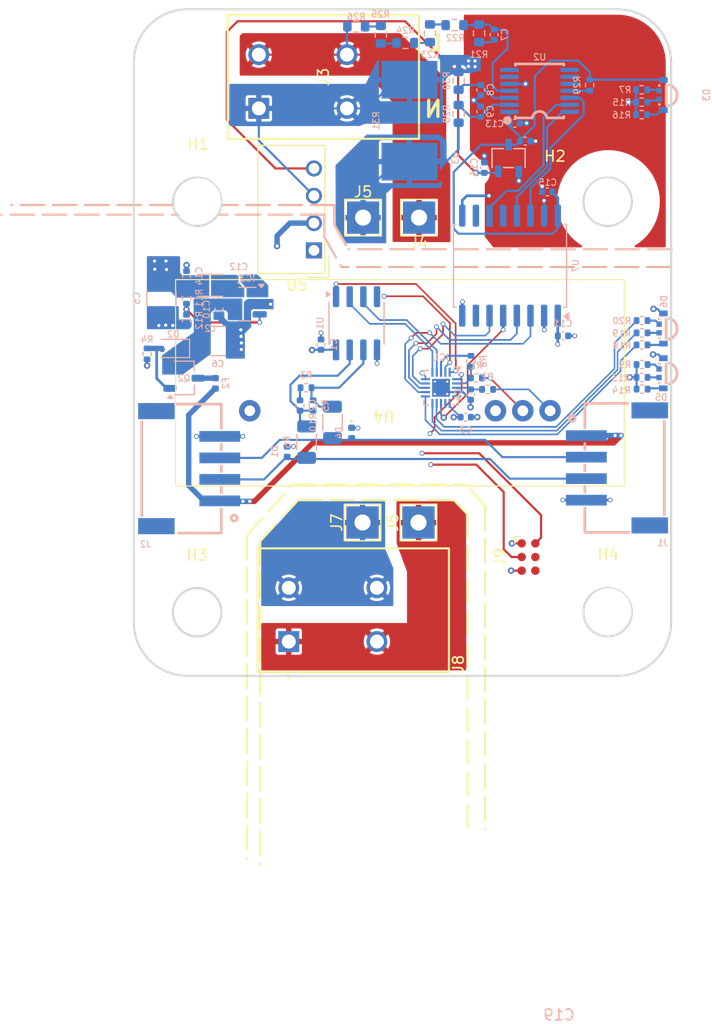
<source format=kicad_pcb>
(kicad_pcb (version 20240108) (generator "pcbnew") (generator_version "8.0")
  (layers (0 "F.Cu" signal) (1 "In1.Cu" signal) (2 "In2.Cu" signal) (31 "B.Cu" signal) (34 "B.Paste" user) (35 "F.Paste" user) (36 "B.SilkS" user "B.Silkscreen") (37 "F.SilkS" user "F.Silkscreen") (38 "B.Mask" user) (39 "F.Mask" user) (44 "Edge.Cuts" user))
  (net 0 "")
  (net 1 "GND")
  (net 2 "+5V")
  (net 3 "Net-(U1-B)")
  (net 4 "Net-(C2-Pad2)")
  (net 5 "Net-(D2-K)")
  (net 6 "Net-(IC3-SW)")
  (net 7 "Net-(IC3-CB)")
  (net 8 "B")
  (net 9 "Net-(D2-A)")
  (net 10 "A")
  (net 11 "StateLed1")
  (net 12 "StateLed0")
  (net 13 "Net-(Q2-D)")
  (net 14 "VCC")
  (net 15 "SWD")
  (net 16 "OP_neg")
  (net 17 "NRST")
  (net 18 "RS485_TX")
  (net 20 "OP_out")
  (net 21 "RS485_RX")
  (net 22 "OP_pos")
  (net 24 "Net-(IC3-FB)")
  (net 25 "Net-(U1-A)")
  (net 26 "StateLed2")
  (net 27 "Net-(J3-Pin_2)")
  (net 29 "Net-(U2-IP)")
  (net 32 "Net-(U2-SEL)")
  (net 33 "+3.3V")
  (net 35 "Net-(U2-IN)")
  (net 36 "Net-(U2-VP)")
  (net 38 "Net-(J5-Pin_1)")
  (net 39 "Net-(J6-Pin_1)")
  (net 40 "Net-(J7-Pin_1)")
  (net 42 "Net-(C7-Pad2)")
  (net 43 "Net-(R22-Pad2)")
  (net 44 "Net-(R23-Pad2)")
  (net 45 "Net-(R24-Pad2)")
  (net 46 "Net-(R25-Pad1)")
  (net 47 "Net-(U4-VRef)")
  (net 48 "Net-(U4-Vout)")
  (net 49 "GND1")
  (net 50 "RS485_DE")
  (net 51 "Net-(U3-Vin)")
  (net 52 "MOSI_ISO")
  (net 53 "SCLK_ISO")
  (net 54 "MISO_ISO")
  (net 55 "CS_ISO")
  (net 56 "MOSI")
  (net 57 "SCLK")
  (net 58 "CS")
  (net 59 "MISO")
  (net 60 "RS485_RE")
  (net 62 "Net-(D6-GK)")
  (net 63 "Net-(D6-BK)")
  (net 64 "Net-(D6-RK)")
  (net 65 "Net-(D3-BK)")
  (net 66 "Net-(D3-GK)")
  (net 67 "Net-(D3-RK)")
  (net 68 "Net-(D5-RK)")
  (net 69 "Net-(D5-BK)")
  (net 70 "Net-(D5-GK)")
  (footprint "TestPoint:TestPoint_THTPad_3.0x3.0mm_Drill1.5mm" (layer "F.Cu") (at 140.134803 112.662737 90)
    (property "Reference" "J6")
    (property "Value" "Conn_01x01_Socket")
  )
  (footprint "MountingHole:MountingHole_4.3mm_M4" (layer "F.Cu") (at 157.734 82.7786)
    (property "Reference" "H2")
    (property "Value" "MountingHole")
  )
  (footprint "MountingHole:MountingHole_4.3mm_M4" (layer "F.Cu") (at 119.5324 121.0014)
    (property "Reference" "H3")
    (property "Value" "MountingHole")
  )
  (footprint "Techbeard:VACDiff" (layer "F.Cu") (at 138.4078 102.2658 180)
    (property "Reference" "U4")
    (property "Value" "~")
  )
  (footprint "TestPoint:TestPoint_THTPad_3.0x3.0mm_Drill1.5mm" (layer "F.Cu") (at 140.1858 84.2988 180)
    (property "Reference" "J4")
    (property "Value" "Conn_01x01_Socket")
  )
  (footprint "MountingHole:MountingHole_4.3mm_M4" (layer "F.Cu") (at 119.6086 82.7744)
    (property "Reference" "H1")
    (property "Value" "MountingHole")
  )
  (footprint "MountingHole:MountingHole_4.3mm_M4" (layer "F.Cu") (at 157.7848 120.9252)
    (property "Reference" "H4")
    (property "Value" "MountingHole")
  )
  (footprint "TestPoint:TestPoint_THTPad_3.0x3.0mm_Drill1.5mm" (layer "F.Cu") (at 134.927803 112.662737 90)
    (property "Reference" "J7")
    (property "Value" "Conn_01x01_Socket")
  )
  (footprint "Techbeard:LPT2,5-2-5,0" (layer "F.Cu") (at 128.064203 123.736137 90)
    (property "Reference" "J8")
    (property "Value" "Conn_01x02_Socket" (hide yes))
  )
  (footprint "TestPoint:TestPoint_THTPad_3.0x3.0mm_Drill1.5mm" (layer "F.Cu") (at 134.9788 84.2988)
    (property "Reference" "J5")
    (property "Value" "Conn_01x01_Socket")
  )
  (footprint "Techbeard:LPT2,5-2-5,0" (layer "F.Cu") (at 125.2802 74.1388 90)
    (property "Reference" "J3")
    (property "Value" "Conn_01x02_Socket" (hide yes))
  )
  (footprint "Connector:Tag-Connect_TC2030-IDC-NL_2x03_P1.27mm_Vertical" (layer "F.Cu") (at 150.3712 115.871 -90)
    (property "Reference" "J9")
    (property "Value" "TagConnect")
  )
  (footprint "Converter_DCDC:Converter_DCDC_TRACO_TEA1-xxxx_THT" (layer "F.Cu") (at 130.4068 87.3468 180)
    (property "Reference" "U5")
    (property "Value" "TEA1-0505")
  )
  (footprint "Capacitor_SMD:C_0402_1005Metric" (layer "B.Cu") (at 149.088 75.5231 180)
    (property "Reference" "C13")
    (property "Value" "100n")
  )
  (footprint "Capacitor_SMD:C_0402_1005Metric" (layer "B.Cu") (at 146.2564 79.6506 90)
    (property "Reference" "C16")
    (property "Value" "1u")
  )
  (footprint "LCSC:CONN-SMD_HCZZ0451-4" (layer "B.Cu") (at 118.6993 107.651 90)
    (property "Reference" "J2")
    (property "Value" "Conn_01x04_Pin")
  )
  (footprint "Resistor_SMD:R_0402_1005Metric" (layer "B.Cu") (at 160.895052 73.5547 180)
    (property "Reference" "R15")
    (property "Value" "4k7")
  )
  (footprint "Resistor_SMD:R_0402_1005Metric" (layer "B.Cu") (at 118.55235 91.7892 90)
    (property "Reference" "R11")
    (property "Value" "52.50 k")
  )
  (footprint "LCSC:CONN-SMD_HCZZ0451-4" (layer "B.Cu") (at 158.7005 107.581 -90)
    (property "Reference" "J1")
    (property "Value" "Conn_01x04_Pin")
  )
  (footprint "Package_DFN_QFN:QFN-20-1EP_3x3mm_P0.4mm_EP1.65x1.65mm_ThermalVias" (layer "B.Cu") (at 142.2326 100.1294 180)
    (property "Reference" "IC1")
    (property "Value" "CH32V003F4U6")
  )
  (footprint "Resistor_SMD:R_0402_1005Metric" (layer "B.Cu") (at 145.0138 97.6634 90)
    (property "Reference" "R8")
    (property "Value" "100k")
  )
  (footprint "Capacitor_SMD:C_0402_1005Metric" (layer "B.Cu") (at 144.5292 102.8662)
    (property "Reference" "C3")
    (property "Value" "100n")
  )
  (footprint "Resistor_SMD:R_0402_1005Metric" (layer "B.Cu") (at 160.9344 96.1382 180)
    (property "Reference" "R18")
    (property "Value" "4k7")
  )
  (footprint "Capacitor_SMD:C_0402_1005Metric" (layer "B.Cu") (at 129.1114 101.774 90)
    (property "Reference" "C2")
    (property "Value" "NC")
  )
  (footprint "Capacitor_SMD:C_0402_1005Metric" (layer "B.Cu") (at 118.55235 89.7451 90)
    (property "Reference" "C14")
    (property "Value" "100n")
  )
  (footprint "Resistor_SMD:R_0603_1608Metric" (layer "B.Cu") (at 143.8688 74.6468 90)
    (property "Reference" "R28")
    (property "Value" "510")
  )
  (footprint "Package_TO_SOT_SMD:SOT-23-6" (layer "B.Cu") (at 124.21655 92.348 180)
    (property "Reference" "IC3")
    (property "Value" "RY8310")
  )
  (footprint "Resistor_SMD:R_0402_1005Metric" (layer "B.Cu") (at 160.9376 100.25 180)
    (property "Reference" "R14")
    (property "Value" "4k7")
  )
  (footprint "Capacitor_SMD:C_1210_3225Metric" (layer "B.Cu") (at 121.44975 95.777)
    (property "Reference" "C6")
    (property "Value" "22u")
  )
  (footprint "Capacitor_SMD:C_0402_1005Metric" (layer "B.Cu") (at 144.9884 100.7622 -90)
    (property "Reference" "C4")
    (property "Value" "C")
  )
  (footprint "Resistor_SMD:R_0603_1608Metric" (layer "B.Cu") (at 143.4878 66.3918 180)
    (property "Reference" "R22")
    (property "Value" "390k")
  )
  (footprint "Resistor_SMD:R_0402_1005Metric" (layer "B.Cu") (at 160.895052 74.7231 180)
    (property "Reference" "R16")
    (property "Value" "4k7")
  )
  (footprint "Resistor_SMD:R_0603_1608Metric" (layer "B.Cu") (at 136.6298 67.2808 -90)
    (property "Reference" "R25")
    (property "Value" "390k")
  )
  (footprint "Resistor_SMD:R_0402_1005Metric" (layer "B.Cu") (at 160.9344 93.8776 180)
    (property "Reference" "R20")
    (property "Value" "4k7")
  )
  (footprint "Resistor_SMD:R_0402_1005Metric" (layer "B.Cu") (at 160.9344 97.967 180)
    (property "Reference" "R9")
    (property "Value" "4k7")
  )
  (footprint "LCSC:LED-ARRAY-SMD_MHS110FRGBCT" (layer "B.Cu") (at 162.7156 98.7768 90)
    (property "Reference" "D5")
    (property "Value" "LED_ARGB")
  )
  (footprint "Resistor_SMD:R_0603_1608Metric" (layer "B.Cu") (at 138.9158 68.0428 180)
    (property "Reference" "R24")
    (property "Value" "390k")
  )
  (footprint "Diode_SMD:D_SOD-323" (layer "B.Cu") (at 117.2242 96.4654 180)
    (property "Reference" "D2")
    (property "Value" "15V")
  )
  (footprint "Resistor_SMD:R_0402_1005Metric" (layer "B.Cu") (at 160.9344 99.1608 180)
    (property "Reference" "R13")
    (property "Value" "4k7")
  )
  (footprint "Capacitor_SMD:C_0402_1005Metric" (layer "B.Cu") (at 147.1708 67.2808 -90)
    (property "Reference" "C7")
    (property "Value" "68n")
  )
  (footprint "Resistor_SMD:R_0402_1005Metric" (layer "B.Cu") (at 129.6702 100.123 180)
    (property "Reference" "R3")
    (property "Value" "NC")
  )
  (footprint "Diode_SMD:D_0402_1005Metric" (layer "B.Cu") (at 133.912 104.3299 -90)
    (property "Reference" "D4")
    (property "Value" "D_TVS")
  )
  (footprint "Fuse:Fuse_0402_1005Metric" (layer "B.Cu") (at 121.2374 99.7166 90)
    (property "Reference" "F2")
    (property "Value" "0,2A")
  )
  (footprint "Resistor_SMD:R_0402_1005Metric" (layer "B.Cu") (at 160.895052 72.4117 180)
    (property "Reference" "R7")
    (property "Value" "4k7")
  )
  (footprint "Diode_SMD:D_0402_1005Metric" (layer "B.Cu") (at 127.9176 106.0666 -90)
    (property "Reference" "D1")
    (property "Value" "D_TVS")
  )
  (footprint "Resistor_SMD:R_0402_1005Metric" (layer "B.Cu") (at 146.5632 100.2796 180)
    (property "Reference" "R2")
    (property "Value" "47k")
  )
  (footprint "Resistor_SMD:R_1206_3216Metric" (layer "B.Cu") (at 129.721 105.1871 -90)
    (property "Reference" "R6")
    (property "Value" "10")
  )
  (footprint "Resistor_SMD:R_0603_1608Metric" (layer "B.Cu") (at 145.7738 67.1538 -90)
    (property "Reference" "R21")
    (property "Value" "510")
  )
  (footprint "Resistor_SMD:R_1206_3216Metric" (layer "B.Cu") (at 132.134 103.3488 -90)
    (property "Reference" "R10")
    (property "Value" "10")
  )
  (footprint "Resistor_SMD:R_0402_1005Metric" (layer "B.Cu") (at 160.9344 95.0206 180)
    (property "Reference" "R19")
    (property "Value" "4k7")
  )
  (footprint "Resistor_SMD:R_0402_1005Metric" (layer "B.Cu") (at 156.0608 71.9798 -90)
    (property "Reference" "R29")
    (property "Value" "10k")
  )
  (footprint "Resistor_SMD:R_0603_1608Metric" (layer "B.Cu") (at 143.8688 71.5734 -90)
    (property "Reference" "R30")
    (property "Value" "510")
  )
  (footprint "Resistor_SMD:R_0402_1005Metric" (layer "B.Cu") (at 118.55235 93.8466 90)
    (property "Reference" "R12")
    (property "Value" "10k")
  )
  (footprint "LCSC:LED-ARRAY-SMD_MHS110FRGBCT" (layer "B.Cu") (at 162.720653 94.6142 90)
    (property "Reference" "D6")
    (property "Value" "LED_ARGB")
  )
  (footprint "Package_SO:SOIC-8_3.9x4.9mm_P1.27mm" (layer "B.Cu") (at 134.3692 94.1286 -90)
    (property "Reference" "U1")
    (property "Value" "MAX485")
  )
  (footprint "Capacitor_SMD:C_0402_1005Metric" (layer "B.Cu") (at 131.0672 96.1098 90)
    (property "Reference" "C1")
    (property "Value" "100n")
  )
  (footprint "Resistor_SMD:R_0603_1608Metric" (layer "B.Cu") (at 141.2018 67.1538 -90)
    (property "Reference" "R23")
    (property "Value" "390k")
  )
  (footprint "Resistor_SMD:R_0402_1005Metric" (layer "B.Cu") (at 145.5198 99.2086 180)
    (property "Reference" "R1")
    (property "Value" "1k")
  )
  (footprint "Capacitor_SMD:C_0402_1005Metric" (layer "B.Cu") (at 150.0664 77.1868)
    (property "Reference" "C19")
    (property "Value" "1u")
  )
  (footprint "Capacitor_SMD:C_0402_1005Metric" (layer "B.Cu") (at 130.3306 101.774 90)
    (property "Reference" "R5")
    (property "Value" "120")
  )
  (footprint "Capacitor_SMD:C_0402_1005Metric" (layer "B.Cu") (at 145.9262 72.4344 90)
    (property "Reference" "C8")
    (property "Value" "68n")
  )
  (footprint "LCSC:R3920" (layer "B.Cu") (at 139.2968 75.2818 -90)
    (property "Reference" "R31")
    (property "Value" "HOLRS1050-1MR-1%")
  )
  (footprint "Package_TO_SOT_SMD:TSOT-23" (layer "B.Cu") (at 118.3164 99.234)
    (property "Reference" "Q2")
    (property "Value" "AO3401A")
  )
  (footprint "Resistor_SMD:R_0603_1608Metric" (layer "B.Cu") (at 134.3438 66.5188)
    (property "Reference" "R26")
    (property "Value" "390k")
  )
  (footprint "LCSC:SOT-23-3_L2.9-W1.6-P1.90-LS2.8-BR" (layer "B.Cu") (at 148.517 78.7616 -90)
    (property "Reference" "U3")
    (property "Value" "XC6206P332MR")
  )
  (footprint "Capacitor_SMD:C_1210_3225Metric" (layer "B.Cu") (at 116.21555 91.8025 -90)
    (property "Reference" "C5")
    (property "Value" "22u")
  )
  (footprint "Capacitor_SMD:C_0402_1005Metric" (layer "B.Cu") (at 145.9262 74.441 90)
    (property "Reference" "C9")
    (property "Value" "68n")
  )
  (footprint "Package_SO:SOIC-16W_7.5x10.3mm_P1.27mm" (layer "B.Cu") (at 148.6482 88.7692 90)
    (property "Reference" "U7")
    (property "Value" "~")
  )
  (footprint "Capacitor_SMD:C_0402_1005Metric" (layer "B.Cu") (at 123.40375 90.0245 180)
    (property "Reference" "C12")
    (property "Value" "100n")
  )
  (footprint "Capacitor_SMD:C_0402_1005Metric" (layer "B.Cu") (at 121.57495 92.8306 -90)
    (property "Reference" "C10")
    (property "Value" "100n")
  )
  (footprint "LCSC:LED-ARRAY-SMD_MHS110FRGBCT" (layer "B.Cu") (at 162.723852 72.8942 90)
    (property "Reference" "D3")
    (property "Value" "LED_ARGB")
  )
  (footprint "LCSC:TSSOP-14_L5.0-W4.4-P0.65-LS6.4-BL" (layer "B.Cu") (at 151.3994 72.5047 90)
    (property "Reference" "U2")
    (property "Value" "BL0942_C2909509")
  )
  (footprint "Resistor_SMD:R_0402_1005Metric" (layer "B.Cu") (at 114.8815 96.9734 -90)
    (property "Reference" "R4")
    (property "Value" "100k")
  )
  (footprint "Capacitor_SMD:C_0402_1005Metric" (layer "B.Cu") (at 152.1238 81.9112)
    (property "Reference" "C15")
    (property "Value" "100n")
  )
  (footprint "LCSC:IND-SMD_L2.0-W1.6" (layer "B.Cu") (at 120.73675 90.6095)
    (property "Reference" "L2")
    (property "Value" "4.7u")
  )
  (footprint "Capacitor_SMD:C_0402_1005Metric" (layer "B.Cu") (at 153.5716 95.297 180)
    (property "Reference" "C11")
    (property "Value" "100n")
  )
  (gr_poly (pts (xy 125.0982 89.6836) (xy 126.0634 90.6488) (xy 126.0634 91.614) (xy 124.2346 91.614) (xy 124.2346 90.852) (xy 123.6758 90.217) (xy 123.6758 89.6836)) (stroke (width 0.2)) (fill solid) (layer "B.Cu") (net 7))
  (gr_poly (pts (xy 114.9636 92.63) (xy 117.7322 92.63) (xy 117.7322 93.8746) (xy 118.926 93.8746) (xy 118.926 94.408) (xy 118.7482 94.5858) (xy 114.9636 94.5858)) (stroke (width 0.2)) (fill solid) (layer "B.Cu") (net 1))
  (gr_poly (pts (xy 121.974 93.126986) (xy 121.974 93.685786) (xy 122.3804 94.041386) (xy 123.7266 94.0524) (xy 123.9806 93.863586) (xy 123.9806 92.1982) (xy 124.26 91.958586) (xy 126.546 91.958586) (xy 126.546 92.720586) (xy 124.6664 92.720586) (xy 124.4632 92.9094) (xy 124.4632 94.447786) (xy 123.879 95.031986) (xy 123.879 97.317986) (xy 122.3042 97.317986) (xy 122.3042 94.498586) (xy 121.466 93.711186) (xy 121.1612 93.711186) (xy 121.1612 93.126986)) (stroke (width 0.2)) (fill solid) (layer "B.Cu") (net 1))
  (gr_poly (pts (xy 119.307 91.9188) (xy 123.6504 91.9188) (xy 123.6504 93.7476) (xy 122.482 93.7476) (xy 122.482 93.1126) (xy 122.2534 92.8332) (xy 121.0088 92.8332) (xy 120.704 93.1126) (xy 120.704 96.948) (xy 118.164 98.8022) (xy 118.164 98.8022) (xy 116.386 98.8022) (xy 116.386 97.1512) (xy 119.3324 95.0176)) (stroke (width 0.2)) (fill solid) (layer "B.Cu") (net 5))
  (gr_poly (pts (xy 120.9326 89.7344) (xy 120.9326 91.614) (xy 123.8282 91.614) (xy 123.8282 90.9536) (xy 123.2948 90.3694) (xy 123.2948 89.709)) (stroke (width 0.2)) (fill solid) (layer "B.Cu") (net 6))
  (gr_poly (pts (xy 114.9636 91.106) (xy 114.9636 87.9818) (xy 117.8592 87.9818) (xy 117.8592 89.4804) (xy 118.1132 89.7598) (xy 120.577 89.7598) (xy 120.577 91.6394) (xy 117.6306 91.6394) (xy 117.1734 91.106)) (stroke (width 0.2)) (fill solid) (layer "B.Cu") (net 2))
  (gr_line (start 132.3118 84.9846) (end 133.6072 87.2452) (stroke (width 0.2) (type dash)) (layer "B.SilkS"))
  (gr_line (start 131.372 84.0194) (end 101.2984 84.0194) (stroke (width 0.2) (type dash)) (layer "B.SilkS"))
  (gr_line (start 132.3118 83.1304) (end 132.3118 84.9846) (stroke (width 0.2) (type dash)) (layer "B.SilkS"))
  (gr_line (start 131.372 86.1022) (end 132.9722 88.8962) (stroke (width 0.2) (type dash)) (layer "B.SilkS"))
  (gr_line (start 131.372 84.0194) (end 131.372 86.1022) (stroke (width 0.2) (type dash)) (layer "B.SilkS"))
  (gr_line (start 163.6808 87.2452) (end 133.6072 87.2452) (stroke (width 0.2) (type dash)) (layer "B.SilkS"))
  (gr_line (start 132.3118 83.1304) (end 102.2382 83.1304) (stroke (width 0.2) (type dash)) (layer "B.SilkS"))
  (gr_line (start 163.6046 88.8962) (end 132.9722 88.8962) (stroke (width 0.2) (type dash)) (layer "B.SilkS"))
  (gr_line (start 131.372 84.0194) (end 101.2984 84.0194) (stroke (width 0.2) (type dash)) (layer "F.SilkS"))
  (gr_line (start 132.3118 83.1304) (end 132.3118 84.9846) (stroke (width 0.2) (type dash)) (layer "F.SilkS"))
  (gr_line (start 128.425403 109.132137) (end 144.630603 109.157537) (stroke (width 0.2) (type dash)) (layer "F.SilkS"))
  (gr_line (start 132.3118 83.1304) (end 132.3118 84.9846) (stroke (width 0.2) (type dash)) (layer "F.SilkS"))
  (gr_line (start 124.158203 113.881937) (end 128.425403 109.132137) (stroke (width 0.2) (type dash)) (layer "F.SilkS"))
  (gr_line (start 145.4436 87.0928) (end 145.469 87.0674) (stroke (width 0.1)) (layer "F.SilkS"))
  (gr_line (start 125.402803 114.415337) (end 125.402803 144.488937) (stroke (width 0.2) (type dash)) (layer "F.SilkS"))
  (gr_line (start 131.372 84.0194) (end 131.372 86.1022) (stroke (width 0.2) (type dash)) (layer "F.SilkS"))
  (gr_line (start 125.402803 114.415337) (end 129.263603 110.211637) (stroke (width 0.2) (type dash)) (layer "F.SilkS"))
  (gr_line (start 132.3118 84.9846) (end 133.6072 87.2452) (stroke (width 0.2) (type dash)) (layer "F.SilkS"))
  (gr_line (start 163.6808 87.2452) (end 133.6072 87.2452) (stroke (width 0.2) (type dash)) (layer "F.SilkS"))
  (gr_line (start 124.158203 113.881937) (end 124.158203 143.955537) (stroke (width 0.2) (type dash)) (layer "F.SilkS"))
  (gr_line (start 131.372 84.0194) (end 131.372 86.1022) (stroke (width 0.2) (type dash)) (layer "F.SilkS"))
  (gr_line (start 131.372 86.1022) (end 132.9722 88.8962) (stroke (width 0.2) (type dash)) (layer "F.SilkS"))
  (gr_line (start 131.372 84.0194) (end 101.2984 84.0194) (stroke (width 0.2) (type dash)) (layer "F.SilkS"))
  (gr_line (start 163.6046 88.8962) (end 132.9722 88.8962) (stroke (width 0.2) (type dash)) (layer "F.SilkS"))
  (gr_line (start 128.933403 110.579937) (end 143.462203 110.579937) (stroke (width 0.2) (type dash)) (layer "F.SilkS"))
  (gr_line (start 163.6046 88.8962) (end 132.9722 88.8962) (stroke (width 0.2) (type dash)) (layer "F.SilkS"))
  (gr_line (start 132.3118 84.9846) (end 133.6072 87.2452) (stroke (width 0.2) (type dash)) (layer "F.SilkS"))
  (gr_line (start 146.332403 111.164137) (end 146.332403 141.237737) (stroke (width 0.2) (type dash)) (layer "F.SilkS"))
  (gr_line (start 146.332403 111.164137) (end 144.630603 109.157537) (stroke (width 0.2) (type dash)) (layer "F.SilkS"))
  (gr_line (start 132.3118 83.1304) (end 102.2382 83.1304) (stroke (width 0.2) (type dash)) (layer "F.SilkS"))
  (gr_line (start 144.681403 111.875337) (end 144.681403 141.212337) (stroke (width 0.2) (type dash)) (layer "F.SilkS"))
  (gr_line (start 132.3118 83.1304) (end 102.2382 83.1304) (stroke (width 0.2) (type dash)) (layer "F.SilkS"))
  (gr_line (start 163.6808 87.2452) (end 133.6072 87.2452) (stroke (width 0.2) (type dash)) (layer "F.SilkS"))
  (gr_line (start 144.694103 111.888037) (end 143.462203 110.579937) (stroke (width 0.2) (type dash)) (layer "F.SilkS"))
  (gr_line (start 131.372 86.1022) (end 132.9722 88.8962) (stroke (width 0.2) (type dash)) (layer "F.SilkS"))
  (gr_circle (center 119.547717 82.828117) (end 117.297717 82.828117) (stroke (width 0.2)) (fill none) (layer "Edge.Cuts"))
  (gr_arc (start 113.6396 69.92) (mid 115.104066 66.384466) (end 118.6396 64.92) (stroke (width 0.2)) (layer "Edge.Cuts"))
  (gr_circle (center 157.731483 82.828117) (end 155.481483 82.828117) (stroke (width 0.2)) (fill none) (layer "Edge.Cuts"))
  (gr_circle (center 119.547717 121.011883) (end 117.297717 121.011883) (stroke (width 0.2)) (fill none) (layer "Edge.Cuts"))
  (gr_arc (start 118.6396 126.92) (mid 115.104066 125.455534) (end 113.6396 121.92) (stroke (width 0.2)) (layer "Edge.Cuts"))
  (gr_circle (center 157.731483 121.011883) (end 155.481483 121.011883) (stroke (width 0.2)) (fill none) (layer "Edge.Cuts"))
  (gr_line (start 163.6396 121.92) (end 163.6396 69.919999) (stroke (width 0.2)) (layer "Edge.Cuts"))
  (gr_line (start 158.6396 64.92) (end 118.6396 64.92) (stroke (width 0.2)) (layer "Edge.Cuts"))
  (gr_line (start 113.6396 69.92) (end 113.6396 121.92) (stroke (width 0.2)) (layer "Edge.Cuts"))
  (gr_line (start 118.6396 126.92) (end 158.639601 126.92) (stroke (width 0.2)) (layer "Edge.Cuts"))
  (gr_arc (start 163.6396 121.92) (mid 162.175134 125.455534) (end 158.639601 126.92) (stroke (width 0.2)) (layer "Edge.Cuts"))
  (gr_arc (start 158.6396 64.92) (mid 162.175134 66.384466) (end 163.6396 69.919999) (stroke (width 0.2)) (layer "Edge.Cuts"))
  (gr_text "N" (at 142.494 75.0824 0) (layer "F.SilkS") (effects (font (size 1.5 1.5) (thickness 0.3) (bold yes)) (justify left bottom mirror)))
  (gr_text "L" (at 142.5448 68.9102 0) (layer "F.SilkS") (effects (font (size 1.5 1.5) (thickness 0.3) (bold yes)) (justify left bottom mirror)))
  (segment (start 149.7362 117.141) (end 148.7456 117.141) (width 0.2) (layer "F.Cu") (net 1))
  (via (at 116.6146 94.3064) (size 0.45) (drill 0.3) (layers "F.Cu" "B.Cu") (net 1))
  (via (at 136.2742 97.8624) (size 0.45) (drill 0.3) (layers "F.Cu" "B.Cu") (net 1))
  (via (at 128.5018 105.584) (size 0.45) (drill 0.3) (layers "F.Cu" "B.Cu") (net 1))
  (via (at 151.8444 94.7382) (size 0.45) (drill 0.3) (layers "F.Cu" "B.Cu") (net 1))
  (via (at 131.0672 95.0176) (size 0.45) (drill 0.3) (layers "F.Cu" "B.Cu") (net 1))
  (via (at 123.625 95.3478) (size 0.45) (drill 0.3) (layers "F.Cu" "B.Cu") (net 1))
  (via (at 123.5996 94.7382) (size 0.45) (drill 0.3) (layers "F.Cu" "B.Cu") (net 1))
  (via (at 144.2244 92.122) (size 0.45) (drill 0.3) (layers "F.Cu" "B.Cu") (net 1))
  (via (at 123.6504 95.9574) (size 0.45) (drill 0.3) (layers "F.Cu" "B.Cu") (net 1))
  (via (at 123.6504 96.567) (size 0.45) (drill 0.3) (layers "F.Cu" "B.Cu") (net 1))
  (via (at 118.55235 88.7184) (size 0.6) (drill 0.3) (layers "F.Cu" "B.Cu") (net 1))
  (via (at 144.9794 101.9406) (size 0.6) (drill 0.3) (layers "F.Cu" "B.Cu") (net 1))
  (via (at 157.9658 110.5624) (size 0.45) (drill 0.3) (layers "F.Cu" "B.Cu") (net 1))
  (via (at 148.7456 117.141) (size 0.6) (drill 0.3) (layers "F.Cu" "B.Cu") (net 1))
  (via (at 153.5716 110.5624) (size 0.45) (drill 0.3) (layers "F.Cu" "B.Cu") (net 1))
  (via (at 123.7774 104.6442) (size 0.45) (drill 0.3) (layers "F.Cu" "B.Cu") (net 1))
  (via (at 119.4848 104.6442) (size 0.45) (drill 0.3) (layers "F.Cu" "B.Cu") (net 1))
  (via (at 114.8874 98.0656) (size 0.6) (drill 0.3) (layers "F.Cu" "B.Cu") (net 1))
  (via (at 134.4962 103.8822) (size 0.45) (drill 0.3) (layers "F.Cu" "B.Cu") (net 1))
  (via (at 145.603 102.852) (size 0.6) (drill 0.3) (layers "F.Cu" "B.Cu") (net 1))
  (via (at 126.3682 92.3506) (size 0.45) (drill 0.3) (layers "F.Cu" "B.Cu") (net 1))
  (via (at 159.7914 99.1608) (size 0.6) (drill 0.3) (layers "F.Cu" "B.Cu") (net 1))
  (via (at 117.275 94.3318) (size 0.45) (drill 0.3) (layers "F.Cu" "B.Cu") (net 1))
  (via (at 115.9796 94.3318) (size 0.45) (drill 0.3) (layers "F.Cu" "B.Cu") (net 1))
  (via (at 154.6638 95.297) (size 0.45) (drill 0.3) (layers "F.Cu" "B.Cu") (net 1))
  (segment (start 143.6826 100.5294) (end 144.2756 100.5294) (width 0.2) (layer "B.Cu") (net 1))
  (segment (start 125.35405 92.348) (end 126.3656 92.348) (width 0.2) (layer "B.Cu") (net 1))
  (segment (start 114.8815 97.4834) (end 114.8815 98.0597) (width 0.2) (layer "B.Cu") (net 1))
  (segment (start 119.4848 104.6442) (end 121.6425 104.6442) (width 0.254) (layer "B.Cu") (net 1))
  (segment (start 153.5902 110.581) (end 153.5716 110.5624) (width 0.254) (layer "B.Cu") (net 1))
  (segment (start 123.625 95.07675) (end 123.5996 95.10215) (width 0.2) (layer "B.Cu") (net 1))
  (segment (start 145.5888 102.8662) (end 145.603 102.852) (width 0.1524) (layer "B.Cu") (net 1))
  (segment (start 155.5137 110.5878) (end 155.5205 110.581) (width 0.5) (layer "B.Cu") (net 1))
  (segment (start 154.0542 110.5878) (end 155.5137 110.5878) (width 0.5) (layer "B.Cu") (net 1))
  (segment (start 117.275 94.33695) (end 117.275 94.3318) (width 0.2) (layer "B.Cu") (net 1))
  (segment (start 142.6326 100.5294) (end 142.2326 100.1294) (width 0.2) (layer "B.Cu") (net 1))
  (segment (start 123.5996 95.10215) (end 123.5996 94.7382) (width 0.2) (layer "B.Cu") (net 1))
  (segment (start 143.6826 100.5294) (end 142.6326 100.5294) (width 0.2) (layer "B.Cu") (net 1))
  (segment (start 123.96355 94.7382) (end 124.2346 94.46715) (width 0.2) (layer "B.Cu") (net 1))
  (segment (start 145.0092 102.8662) (end 145.5888 102.8662) (width 0.1524) (layer "B.Cu") (net 1))
  (segment (start 124.691551 92.348) (end 125.35405 92.348) (width 0.2) (layer "B.Cu") (net 1))
  (segment (start 136.2742 96.6036) (end 136.2742 97.8624) (width 0.1524) (layer "B.Cu") (net 1))
  (segment (start 151.8232 94.717) (end 151.8444 94.7382) (width 0.254) (layer "B.Cu") (net 1))
  (segment (start 123.625 95.3478) (end 123.625 95.07675) (width 0.2) (layer "B.Cu") (net 1))
  (segment (start 124.2346 92.804951) (end 124.691551 92.348) (width 0.2) (layer "B.Cu") (net 1))
  (segment (start 154.0516 95.297) (end 154.6638 95.297) (width 0.254) (layer "B.Cu") (net 1))
  (segment (start 160.4244 99.1608) (end 159.7914 99.1608) (width 0.2) (layer "B.Cu") (net 1))
  (segment (start 155.7505 110.581) (end 153.5902 110.581) (width 0.254) (layer "B.Cu") (net 1))
  (segment (start 118.55235 88.7184) (end 118.55235 89.2651) (width 0.2) (layer "B.Cu") (net 1))
  (segment (start 118.55235 94.3566) (end 117.29465 94.3566) (width 0.2) (layer "B.Cu") (net 1))
  (segment (start 151.8232 93.4192) (end 151.8232 94.717) (width 0.254) (layer "B.Cu") (net 1))
  (segment (start 131.0672 95.6298) (end 131.0672 95.0176) (width 0.1524) (layer "B.Cu") (net 1))
  (segment (start 144.2032 92.1432) (end 144.2244 92.122) (width 0.254) (layer "B.Cu") (net 1))
  (segment (start 128.4994 105.5816) (end 128.5018 105.584) (width 0.1524) (layer "B.Cu") (net 1))
  (segment (start 122.92475 95.777) (end 123.35395 95.3478) (width 0.2) (layer "B.Cu") (net 1))
  (segment (start 121.6493 104.651) (end 123.7706 104.651) (width 0.254) (layer "B.Cu") (net 1))
  (segment (start 122.92475 94.7779) (end 121.57495 93.4281) (width 0.2) (layer "B.Cu") (net 1))
  (segment (start 127.9176 105.5816) (end 128.4994 105.5816) (width 0.1524) (layer "B.Cu") (net 1))
  (segment (start 144.2032 93.4192) (end 144.2032 92.1432) (width 0.254) (layer "B.Cu") (net 1))
  (segment (start 145.0048 101.9406) (end 144.9794 101.9406) (width 0.2) (layer "B.Cu") (net 1))
  (segment (start 123.7706 104.651) (end 123.7774 104.6442) (width 0.254) (layer "B.Cu") (net 1))
  (segment (start 134.4589 103.8449) (end 134.4962 103.8822) (width 0.1524) (layer "B.Cu") (net 1))
  (segment (start 121.57495 93.4281) (end 121.57495 93.3106) (width 0.2) (layer "B.Cu") (net 1))
  (segment (start 144.9884 101.2422) (end 144.9884 101.9242) (width 0.2) (layer "B.Cu") (net 1))
  (segment (start 155.7505 110.581) (end 157.9472 110.581) (width 0.254) (layer "B.Cu") (net 1))
  (segment (start 157.9472 110.581) (end 157.9658 110.5624) (width 0.254) (layer "B.Cu") (net 1))
  (segment (start 117.275 94.3318) (end 117.26985 94.3318) (width 0.2) (layer "B.Cu") (net 1))
  (segment (start 133.912 103.8449) (end 134.4589 103.8449) (width 0.1524) (layer "B.Cu") (net 1))
  (segment (start 123.35395 95.3478) (end 123.625 95.3478) (width 0.2) (layer "B.Cu") (net 1))
  (segment (start 145.0048 101.9406) (end 145.0048 101.9406) (width 0.2) (layer "B.Cu") (net 1))
  (segment (start 114.8815 98.0597) (end 114.8874 98.0656) (width 0.2) (layer "B.Cu") (net 1))
  (segment (start 123.5996 94.7382) (end 123.96355 94.7382) (width 0.2) (layer "B.Cu") (net 1))
  (segment (start 121.6425 104.6442) (end 121.6493 104.651) (width 0.254) (layer "B.Cu") (net 1))
  (segment (start 122.92475 95.777) (end 122.92475 94.7779) (width 0.2) (layer "B.Cu") (net 1))
  (segment (start 117.26985 94.3318) (end 116.21555 93.2775) (width 0.2) (layer "B.Cu") (net 1))
  (segment (start 144.2756 100.5294) (end 144.9884 101.2422) (width 0.2) (layer "B.Cu") (net 1))
  (segment (start 126.3656 92.348) (end 126.3682 92.3506) (width 0.2) (layer "B.Cu") (net 1))
  (segment (start 144.9794 101.9152) (end 144.9884 101.9242) (width 0.2) (layer "B.Cu") (net 1))
  (segment (start 144.9794 101.9406) (end 144.9794 101.9152) (width 0.2) (layer "B.Cu") (net 1))
  (segment (start 117.29465 94.3566) (end 117.275 94.33695) (width 0.2) (layer "B.Cu") (net 1))
  (segment (start 160.4244 97.967) (end 160.4244 100.2784) (width 0.2) (layer "B.Cu") (net 1))
  (segment (start 145.0092 102.8662) (end 145.1388 102.8662) (width 0.1524) (layer "B.Cu") (net 1))
  (segment (start 124.2346 94.46715) (end 124.2346 92.804951) (width 0.2) (layer "B.Cu") (net 1))
  (segment (start 149.7362 114.601) (end 148.8218 114.601) (width 0.2) (layer "F.Cu") (net 2))
  (via (at 162.0012 92.7854) (size 0.6) (drill 0.3) (layers "F.Cu" "B.Cu") (net 2))
  (via (at 116.6908 89.1248) (size 0.6) (drill 0.3) (layers "F.Cu" "B.Cu") (net 2))
  (via (at 126.9778 86.9404) (size 0.6) (drill 0.3) (layers "F.Cu" "B.Cu") (net 2))
  (via (at 161.9504 97.0272) (size 0.6) (drill 0.3) (layers "F.Cu" "B.Cu") (net 2))
  (via (at 116.64 88.3374) (size 0.6) (drill 0.3) (layers "F.Cu" "B.Cu") (net 2))
  (via (at 130.229 96.6178) (size 0.6) (drill 0.3) (layers "F.Cu" "B.Cu") (net 2))
  (via (at 115.5986 89.0994) (size 0.6) (drill 0.3) (layers "F.Cu" "B.Cu") (net 2))
  (via (at 143.4116 102.8662) (size 0.6) (drill 0.3) (layers "F.Cu" "B.Cu") (net 2))
  (via (at 148.8218 114.601) (size 0.6) (drill 0.3) (layers "F.Cu" "B.Cu") (net 2))
  (via (at 153.089 96.0844) (size 0.45) (drill 0.3) (layers "F.Cu" "B.Cu") (net 2))
  (via (at 115.5732 88.3374) (size 0.6) (drill 0.3) (layers "F.Cu" "B.Cu") (net 2))
  (segment (start 162.4584 97.0272) (end 161.9504 97.0272) (width 0.2) (layer "B.Cu") (net 2))
  (segment (start 153.0916 96.0818) (end 153.089 96.0844) (width 0.254) (layer "B.Cu") (net 2))
  (segment (start 130.257 96.5898) (end 130.229 96.6178) (width 0.2) (layer "B.Cu") (net 2))
  (segment (start 153.0916 95.297) (end 153.0916 93.4208) (width 0.254) (layer "B.Cu") (net 2))
  (segment (start 116.31795 90.2251) (end 116.21555 90.3275) (width 0.2) (layer "B.Cu") (net 2))
  (segment (start 144.0466 102.8662) (end 144.0492 102.8662) (width 0.1524) (layer "B.Cu") (net 2))
  (segment (start 130.4068 84.8068) (end 128.1716 84.8068) (width 0.5) (layer "B.Cu") (net 2))
  (segment (start 126.9778 86.0006) (end 126.9778 86.9404) (width 0.5) (layer "B.Cu") (net 2))
  (segment (start 132.4504 96.5898) (end 132.4642 96.6036) (width 0.2) (layer "B.Cu") (net 2))
  (segment (start 162.7856 93.2142) (end 162.3568 92.7854) (width 0.2) (layer "B.Cu") (net 2))
  (segment (start 162.3568 92.7854) (end 162.0012 92.7854) (width 0.2) (layer "B.Cu") (net 2))
  (segment (start 116.6908 89.1248) (end 116.6908 90.2251) (width 0.2) (layer "B.Cu") (net 2))
  (segment (start 115.5986 89.71055) (end 116.21555 90.3275) (width 0.2) (layer "B.Cu") (net 2))
  (segment (start 128.1716 84.8068) (end 126.9778 86.0006) (width 0.5) (layer "B.Cu") (net 2))
  (segment (start 116.6908 90.2251) (end 118.55235 90.2251) (width 0.2) (layer "B.Cu") (net 2))
  (segment (start 118.55235 91.2792) (end 118.55235 90.2251) (width 0.2) (layer "B.Cu") (net 2))
  (segment (start 115.5986 89.0994) (end 115.5986 89.71055) (width 0.2) (layer "B.Cu") (net 2))
  (segment (start 119.52235 90.2251) (end 119.90675 90.6095) (width 0.2) (layer "B.Cu") (net 2))
  (segment (start 143.0326 101.8522) (end 144.0466 102.8662) (width 0.1524) (layer "B.Cu") (net 2))
  (segment (start 162.808 97.3768) (end 162.4584 97.0272) (width 0.2) (layer "B.Cu") (net 2))
  (segment (start 116.31795 89.49765) (end 116.31795 90.2251) (width 0.2) (layer "B.Cu") (net 2))
  (segment (start 131.0672 96.5898) (end 132.4504 96.5898) (width 0.2) (layer "B.Cu") (net 2))
  (segment (start 153.0916 93.4208) (end 153.0932 93.4192) (width 0.254) (layer "B.Cu") (net 2))
  (segment (start 144.0492 102.8662) (end 144.0556 102.8598) (width 0.2) (layer "B.Cu") (net 2))
  (segment (start 143.0326 101.5794) (end 143.0326 101.8522) (width 0.1524) (layer "B.Cu") (net 2))
  (segment (start 118.55235 90.2251) (end 119.52235 90.2251) (width 0.2) (layer "B.Cu") (net 2))
  (segment (start 116.6908 89.1248) (end 116.31795 89.49765) (width 0.2) (layer "B.Cu") (net 2))
  (segment (start 144.0492 102.8662) (end 143.4116 102.8662) (width 0.2) (layer "B.Cu") (net 2))
  (segment (start 131.0672 96.5898) (end 130.257 96.5898) (width 0.2) (layer "B.Cu") (net 2))
  (segment (start 162.9156 97.3768) (end 162.808 97.3768) (width 0.2) (layer "B.Cu") (net 2))
  (segment (start 153.0916 95.297) (end 153.0916 96.0818) (width 0.254) (layer "B.Cu") (net 2))
  (segment (start 162.920653 93.2142) (end 162.7856 93.2142) (width 0.2) (layer "B.Cu") (net 2))
  (segment (start 129.1114 102.254) (end 128.2224 101.365) (width 0.2) (layer "B.Cu") (net 3))
  (segment (start 128.2224 99.8436) (end 129.0606 99.0054) (width 0.2) (layer "B.Cu") (net 3))
  (segment (start 128.2224 101.365) (end 128.2224 99.8436) (width 0.2) (layer "B.Cu") (net 3))
  (segment (start 132.6166 99.0054) (end 133.7342 97.8878) (width 0.2) (layer "B.Cu") (net 3))
  (segment (start 130.3306 102.254) (end 129.1114 102.254) (width 0.2) (layer "B.Cu") (net 3))
  (segment (start 129.0606 99.0054) (end 132.6166 99.0054) (width 0.2) (layer "B.Cu") (net 3))
  (segment (start 129.1114 102.254) (end 129.1114 103.115) (width 0.2) (layer "B.Cu") (net 3))
  (segment (start 133.7342 97.8878) (end 133.7342 96.6036) (width 0.2) (layer "B.Cu") (net 3))
  (segment (start 129.1114 103.115) (end 129.721 103.7246) (width 0.2) (layer "B.Cu") (net 3))
  (segment (start 129.1114 101.294) (end 129.1114 100.1718) (width 0.2) (layer "B.Cu") (net 4))
  (segment (start 129.1114 100.1718) (end 129.1602 100.123) (width 0.2) (layer "B.Cu") (net 4))
  (segment (start 121.57755 92.348) (end 121.57495 92.3506) (width 0.2) (layer "B.Cu") (net 5))
  (segment (start 118.2742 96.4654) (end 117.8084 96.4654) (width 0.2) (layer "B.Cu") (net 5))
  (segment (start 117.0064 97.2674) (end 117.0064 98.284) (width 0.2) (layer "B.Cu") (net 5))
  (segment (start 123.07905 93.298) (end 123.07905 92.348) (width 0.2) (layer "B.Cu") (net 5))
  (segment (start 119.28635 96.4654) (end 119.97475 95.777) (width 0.2) (layer "B.Cu") (net 5))
  (segment (start 117.8084 96.4654) (end 117.0064 97.2674) (width 0.2) (layer "B.Cu") (net 5))
  (segment (start 119.97475 92.9709) (end 119.97475 95.777) (width 0.2) (layer "B.Cu") (net 5))
  (segment (start 121.57495 92.3506) (end 120.59505 92.3506) (width 0.2) (layer "B.Cu") (net 5))
  (segment (start 118.2742 96.4654) (end 119.28635 96.4654) (width 0.2) (layer "B.Cu") (net 5))
  (segment (start 123.07905 92.348) (end 121.57755 92.348) (width 0.2) (layer "B.Cu") (net 5))
  (segment (start 120.59505 92.3506) (end 119.97475 92.9709) (width 0.2) (layer "B.Cu") (net 5))
  (segment (start 122.92375 90.0245) (end 122.15175 90.0245) (width 0.2) (layer "B.Cu") (net 6))
  (segment (start 122.15175 90.0245) (end 121.56675 90.6095) (width 0.2) (layer "B.Cu") (net 6))
  (segment (start 122.35525 91.398) (end 121.56675 90.6095) (width 0.2) (layer "B.Cu") (net 6))
  (segment (start 123.07905 91.398) (end 122.35525 91.398) (width 0.2) (layer "B.Cu") (net 6))
  (segment (start 125.35405 90.3492) (end 125.02935 90.0245) (width 0.2) (layer "B.Cu") (net 7))
  (segment (start 125.02935 90.0245) (end 123.88375 90.0245) (width 0.2) (layer "B.Cu") (net 7))
  (segment (start 125.35405 91.398) (end 125.35405 90.3492) (width 0.2) (layer "B.Cu") (net 7))
  (segment (start 127.2064 107.2096) (end 125.765 108.651) (width 0.2) (layer "B.Cu") (net 8))
  (segment (start 146.7898 106.7524) (end 148.6184 108.581) (width 0.2) (layer "B.Cu") (net 8))
  (segment (start 125.765 108.651) (end 121.6493 108.651) (width 0.2) (layer "B.Cu") (net 8))
  (segment (start 127.6636 106.7524) (end 146.6882 106.7524) (width 0.2) (layer "B.Cu") (net 8))
  (segment (start 146.6882 106.7524) (end 146.7898 106.7524) (width 0.2) (layer "B.Cu") (net 8))
  (segment (start 148.6184 108.581) (end 155.7505 108.581) (width 0.2) (layer "B.Cu") (net 8))
  (segment (start 127.2064 107.2096) (end 127.6636 106.7524) (width 0.2) (layer "B.Cu") (net 8))
  (segment (start 116.701 100.184) (end 115.7764 99.2594) (width 0.254) (layer "B.Cu") (net 9))
  (segment (start 116.1742 96.4654) (end 116.2844 96.5756) (width 0.5) (layer "B.Cu") (net 9))
  (segment (start 117.0064 100.184) (end 116.701 100.184) (width 0.254) (layer "B.Cu") (net 9))
  (segment (start 115.7764 99.2594) (end 115.7764 96.4634) (width 0.254) (layer "B.Cu") (net 9))
  (segment (start 116.1722 96.4634) (end 116.1742 96.4654) (width 0.2) (layer "B.Cu") (net 9))
  (segment (start 115.7764 96.4634) (end 116.1722 96.4634) (width 0.5) (layer "B.Cu") (net 9))
  (segment (start 114.8815 96.4634) (end 115.7764 96.4634) (width 0.5) (layer "B.Cu") (net 9))
  (segment (start 125.5552 106.651) (end 121.6493 106.651) (width 0.2) (layer "B.Cu") (net 10))
  (segment (start 127.2318 104.9744) (end 125.5552 106.651) (width 0.2) (layer "B.Cu") (net 10))
  (segment (start 146.3326 104.9744) (end 127.2318 104.9744) (width 0.2) (layer "B.Cu") (net 10))
  (segment (start 147.9392 106.581) (end 146.3326 104.9744) (width 0.2) (layer "B.Cu") (net 10))
  (segment (start 155.7505 106.581) (end 147.9392 106.581) (width 0.2) (layer "B.Cu") (net 10))
  (segment (start 152.995468 104.114) (end 158.6516 98.457868) (width 0.1524) (layer "B.Cu") (net 11))
  (segment (start 142.2686 104.114) (end 152.995468 104.114) (width 0.1524) (layer "B.Cu") (net 11))
  (segment (start 141.4326 101.5794) (end 141.4326 103.278) (width 0.1524) (layer "B.Cu") (net 11))
  (segment (start 158.6516 96.7934) (end 160.4244 95.0206) (width 0.1524) (layer "B.Cu") (net 11))
  (segment (start 158.6516 98.457868) (end 158.6516 96.7934) (width 0.1524) (layer "B.Cu") (net 11))
  (segment (start 160.4244 95.0206) (end 160.4244 95.0734) (width 0.1524) (layer "B.Cu") (net 11))
  (segment (start 141.4326 103.278) (end 142.2686 104.114) (width 0.1524) (layer "B.Cu") (net 11))
  (segment (start 142.122632 104.4664) (end 153.0382 104.4664) (width 0.1524) (layer "B.Cu") (net 12))
  (segment (start 140.7826 103.126368) (end 142.122632 104.4664) (width 0.1524) (layer "B.Cu") (net 12))
  (segment (start 140.7826 100.9294) (end 140.7826 103.126368) (width 0.1524) (layer "B.Cu") (net 12))
  (segment (start 158.931 98.5736) (end 158.931 97.6316) (width 0.1524) (layer "B.Cu") (net 12))
  (segment (start 153.0382 104.4664) (end 158.931 98.5736) (width 0.1524) (layer "B.Cu") (net 12))
  (segment (start 158.931 97.6316) (end 160.4244 96.1382) (width 0.1524) (layer "B.Cu") (net 12))
  (segment (start 160.4244 96.1382) (end 160.4244 96.191) (width 0.1524) (layer "B.Cu") (net 12))
  (segment (start 119.6264 99.234) (end 121.235 99.234) (width 0.5) (layer "B.Cu") (net 13))
  (segment (start 121.235 99.234) (end 121.2374 99.2316) (width 0.254) (layer "B.Cu") (net 13))
  (segment (start 130.3052 105.2538) (end 124.8696 110.6894) (width 0.5) (layer "F.Cu") (net 14))
  (segment (start 158.9818 104.568) (end 158.423 104.568) (width 0.5) (layer "F.Cu") (net 14))
  (segment (start 158.423 104.568) (end 157.7626 105.2284) (width 0.5) (layer "F.Cu") (net 14))
  (segment (start 124.8696 110.6894) (end 123.8028 110.6894) (width 0.5) (layer "F.Cu") (net 14))
  (segment (start 157.7626 105.2284) (end 157.7626 105.2538) (width 0.5) (layer "F.Cu") (net 14))
  (segment (start 158.9818 104.568) (end 158.296 105.2538) (width 0.5) (layer "F.Cu") (net 14))
  (segment (start 124.4378 110.6894) (end 124.8696 110.6894) (width 0.5) (layer "F.Cu") (net 14))
  (segment (start 158.296 105.2538) (end 157.7626 105.2538) (width 0.5) (layer "F.Cu") (net 14))
  (segment (start 157.7626 105.2538) (end 130.3052 105.2538) (width 0.5) (layer "F.Cu") (net 14))
  (via (at 158.9818 104.568) (size 0.45) (drill 0.3) (layers "F.Cu" "B.Cu") (net 14))
  (via (at 158.423 104.568) (size 0.45) (drill 0.3) (layers "F.Cu" "B.Cu") (net 14))
  (via (at 123.8028 110.6894) (size 0.45) (drill 0.3) (layers "F.Cu" "B.Cu") (net 14))
  (via (at 124.4378 110.6894) (size 0.45) (drill 0.3) (layers "F.Cu" "B.Cu") (net 14))
  (segment (start 121.6877 110.6894) (end 121.6493 110.651) (width 0.5) (layer "B.Cu") (net 14))
  (segment (start 154.3336 104.581) (end 155.5205 104.581) (width 0.254) (layer "B.Cu") (net 14))
  (segment (start 155.7635 104.568) (end 155.7505 104.581) (width 0.5) (layer "B.Cu") (net 14))
  (segment (start 118.7548 102.6564) (end 118.7548 109.2228) (width 0.5) (layer "B.Cu") (net 14))
  (segment (start 121.2374 100.2016) (end 121.2096 100.2016) (width 0.5) (layer "B.Cu") (net 14))
  (segment (start 121.2096 100.2016) (end 118.7548 102.6564) (width 0.5) (layer "B.Cu") (net 14))
  (segment (start 118.7548 109.2228) (end 120.183 110.651) (width 0.5) (layer "B.Cu") (net 14))
  (segment (start 120.183 110.651) (end 121.6493 110.651) (width 0.5) (layer "B.Cu") (net 14))
  (segment (start 158.9818 104.568) (end 155.7635 104.568) (width 0.5) (layer "B.Cu") (net 14))
  (segment (start 123.8028 110.6894) (end 121.6877 110.6894) (width 0.5) (layer "B.Cu") (net 14))
  (segment (start 156.6834 104.581) (end 155.5205 104.581) (width 0.254) (layer "B.Cu") (net 14))
  (segment (start 124.4378 110.6894) (end 123.8028 110.6894) (width 0.5) (layer "B.Cu") (net 14))
  (segment (start 151.5396 114.0676) (end 151.0062 114.601) (width 0.2) (layer "F.Cu") (net 15))
  (segment (start 145.780685 106.219) (end 151.5396 111.977915) (width 0.2) (layer "F.Cu") (net 15))
  (segment (start 140.4652 106.219) (end 145.780685 106.219) (width 0.2) (layer "F.Cu") (net 15))
  (segment (start 151.5396 111.977915) (end 151.5396 114.0676) (width 0.2) (layer "F.Cu") (net 15))
  (via (at 140.4652 106.219) (size 0.45) (drill 0.3) (layers "F.Cu" "B.Cu") (net 15))
  (via (at 140.4652 98.7514) (size 0.45) (drill 0.3) (layers "F.Cu" "B.Cu") (net 15))
  (segment (start 140.7826 99.0688) (end 140.4652 98.7514) (width 0.1524) (layer "B.Cu") (net 15))
  (segment (start 140.7826 99.3294) (end 140.7826 99.0688) (width 0.1524) (layer "B.Cu") (net 15))
  (segment (start 145.0138 99.2046) (end 145.0098 99.2086) (width 0.1524) (layer "B.Cu") (net 16))
  (segment (start 144.5018 99.7166) (end 145.0098 99.2086) (width 0.1524) (layer "B.Cu") (net 16))
  (segment (start 143.6954 99.7166) (end 144.5018 99.7166) (width 0.1524) (layer "B.Cu") (net 16))
  (segment (start 143.6826 99.7294) (end 143.6954 99.7166) (width 0.1524) (layer "B.Cu") (net 16))
  (segment (start 145.0138 98.1734) (end 145.0138 99.2046) (width 0.1524) (layer "B.Cu") (net 16))
  (segment (start 141.6336 102.8535) (end 144.144035 100.343065) (width 0.1524) (layer "F.Cu") (net 17))
  (segment (start 145.5114 107.2774) (end 141.278 107.2774) (width 0.2) (layer "F.Cu") (net 17))
  (segment (start 144.144035 100.343065) (end 144.144035 98.887144) (width 0.1524) (layer "F.Cu") (net 17))
  (segment (start 149.7362 115.871) (end 148.7964 115.871) (width 0.2) (layer "F.Cu") (net 17))
  (segment (start 141.6336 103.9584) (end 141.6336 102.8535) (width 0.1524) (layer "F.Cu") (net 17))
  (segment (start 148.0598 109.8258) (end 145.5114 107.2774) (width 0.2) (layer "F.Cu") (net 17))
  (segment (start 141.2018 104.3902) (end 141.6336 103.9584) (width 0.1524) (layer "F.Cu") (net 17))
  (segment (start 148.0598 115.1344) (end 148.0598 109.8258) (width 0.2) (layer "F.Cu") (net 17))
  (segment (start 148.7964 115.871) (end 148.0598 115.1344) (width 0.2) (layer "F.Cu") (net 17))
  (via (at 141.278 107.2774) (size 0.45) (drill 0.3) (layers "F.Cu" "B.Cu") (net 17))
  (via (at 144.144035 98.887144) (size 0.45) (drill 0.3) (layers "F.Cu" "B.Cu") (net 17))
  (via (at 141.2018 104.3902) (size 0.45) (drill 0.3) (layers "F.Cu" "B.Cu") (net 17))
  (segment (start 143.99367 99.3294) (end 143.6826 99.3294) (width 0.1524) (layer "B.Cu") (net 17))
  (segment (start 144.144035 99.179035) (end 143.99367 99.3294) (width 0.1524) (layer "B.Cu") (net 17))
  (segment (start 144.144035 98.887144) (end 144.144035 99.179035) (width 0.1524) (layer "B.Cu") (net 17))
  (segment (start 140.554404 91.614) (end 143.056 94.115596) (width 0.1524) (layer "F.Cu") (net 18))
  (segment (start 136.9346 91.614) (end 140.554404 91.614) (width 0.1524) (layer "F.Cu") (net 18))
  (segment (start 143.056 94.115596) (end 143.056 97.7862) (width 0.1524) (layer "F.Cu") (net 18))
  (via (at 143.056 97.7862) (size 0.45) (drill 0.3) (layers "F.Cu" "B.Cu") (net 18))
  (via (at 136.9346 91.614) (size 0.45) (drill 0.3) (layers "F.Cu" "B.Cu") (net 18))
  (segment (start 142.6326 98.191696) (end 143.038096 97.7862) (width 0.1524) (layer "B.Cu") (net 18))
  (segment (start 143.038096 97.7862) (end 143.056 97.7862) (width 0.1524) (layer "B.Cu") (net 18))
  (segment (start 142.6326 98.6794) (end 142.6326 98.191696) (width 0.1524) (layer "B.Cu") (net 18))
  (segment (start 142.2326 98.6794) (end 142.2326 97.7268) (width 0.2) (layer "B.Cu") (net 20))
  (segment (start 142.2326 97.7268) (end 142.806 97.1534) (width 0.2) (layer "B.Cu") (net 20))
  (segment (start 142.806 97.1534) (end 145.0138 97.1534) (width 0.2) (layer "B.Cu") (net 20))
  (segment (start 143.5894 94.150628) (end 143.5894 97.533014) (width 0.1524) (layer "F.Cu") (net 21))
  (segment (start 143.6122 97.555814) (end 143.6122 98.016586) (width 0.1524) (layer "F.Cu") (net 21))
  (segment (start 139.909772 90.471) (end 143.5894 94.150628) (width 0.1524) (layer "F.Cu") (net 21))
  (segment (start 143.5894 98.039386) (end 143.5894 98.5482) (width 0.1524) (layer "F.Cu") (net 21))
  (segment (start 132.4642 90.471) (end 139.909772 90.471) (width 0.1524) (layer "F.Cu") (net 21))
  (segment (start 143.6122 98.016586) (end 143.5894 98.039386) (width 0.1524) (layer "F.Cu") (net 21))
  (segment (start 143.5894 97.533014) (end 143.6122 97.555814) (width 0.1524) (layer "F.Cu") (net 21))
  (via (at 132.4642 90.471) (size 0.45) (drill 0.3) (layers "F.Cu" "B.Cu") (net 21))
  (via (at 143.5894 98.5482) (size 0.45) (drill 0.3) (layers "F.Cu" "B.Cu") (net 21))
  (segment (start 143.0326 98.6794) (end 143.4582 98.6794) (width 0.1524) (layer "B.Cu") (net 21))
  (segment (start 143.4582 98.6794) (end 143.5894 98.5482) (width 0.1524) (layer "B.Cu") (net 21))
  (segment (start 132.4642 90.471) (end 132.4642 91.6536) (width 0.1524) (layer "B.Cu") (net 21))
  (segment (start 143.6826 100.1294) (end 144.8356 100.1294) (width 0.1524) (layer "B.Cu") (net 22))
  (segment (start 146.0506 100.2822) (end 146.0532 100.2796) (width 0.1524) (layer "B.Cu") (net 22))
  (segment (start 144.8356 100.1294) (end 144.9884 100.2822) (width 0.1524) (layer "B.Cu") (net 22))
  (segment (start 144.9884 100.2822) (end 146.0506 100.2822) (width 0.1524) (layer "B.Cu") (net 22))
  (segment (start 119.7642 94.0524) (end 125.3522 94.0524) (width 0.2) (layer "F.Cu") (net 24))
  (segment (start 118.545 92.8332) (end 119.7642 94.0524) (width 0.2) (layer "F.Cu") (net 24))
  (via (at 125.3522 94.0524) (size 0.45) (drill 0.3) (layers "F.Cu" "B.Cu") (net 24))
  (via (at 118.545 92.8332) (size 0.6) (drill 0.3) (layers "F.Cu" "B.Cu") (net 24))
  (segment (start 125.3522 93.29985) (end 125.35405 93.298) (width 0.2) (layer "B.Cu") (net 24))
  (segment (start 118.55235 93.3366) (end 118.55235 92.84055) (width 0.2) (layer "B.Cu") (net 24))
  (segment (start 118.55235 92.84055) (end 118.545 92.8332) (width 0.2) (layer "B.Cu") (net 24))
  (segment (start 118.545 92.8332) (end 118.55235 92.82585) (width 0.2) (layer "B.Cu") (net 24))
  (segment (start 118.55235 92.82585) (end 118.55235 92.2992) (width 0.2) (layer "B.Cu") (net 24))
  (segment (start 125.3522 94.0524) (end 125.3522 93.29985) (width 0.2) (layer "B.Cu") (net 24))
  (segment (start 135.0042 96.6036) (end 135.0042 97.8624) (width 0.2) (layer "B.Cu") (net 25))
  (segment (start 130.3306 101.294) (end 130.3332 101.294) (width 0.2) (layer "B.Cu") (net 25))
  (segment (start 132.7436 100.123) (end 130.1802 100.123) (width 0.2) (layer "B.Cu") (net 25))
  (segment (start 130.3332 101.294) (end 130.9255 101.8863) (width 0.2) (layer "B.Cu") (net 25))
  (segment (start 130.1802 101.1436) (end 130.3306 101.294) (width 0.2) (layer "B.Cu") (net 25))
  (segment (start 130.1802 100.123) (end 130.1802 101.1436) (width 0.2) (layer "B.Cu") (net 25))
  (segment (start 135.0042 97.8624) (end 132.7436 100.123) (width 0.2) (layer "B.Cu") (net 25))
  (segment (start 130.9255 101.8863) (end 132.134 101.8863) (width 0.2) (layer "B.Cu") (net 25))
  (segment (start 141.8326 101.5794) (end 141.8124 101.5996) (width 0.1524) (layer "B.Cu") (net 26))
  (segment (start 141.8124 103.04287) (end 142.53113 103.7616) (width 0.1524) (layer "B.Cu") (net 26))
  (segment (start 142.53113 103.7616) (end 152.952736 103.7616) (width 0.1524) (layer "B.Cu") (net 26))
  (segment (start 141.8124 101.5996) (end 141.8124 103.04287) (width 0.1524) (layer "B.Cu") (net 26))
  (segment (start 158.3722 95.9574) (end 160.4244 93.9052) (width 0.1524) (layer "B.Cu") (net 26))
  (segment (start 152.952736 103.7616) (end 158.3722 98.342136) (width 0.1524) (layer "B.Cu") (net 26))
  (segment (start 158.3722 98.342136) (end 158.3722 95.9574) (width 0.1524) (layer "B.Cu") (net 26))
  (segment (start 160.4244 93.9052) (end 160.4244 93.8776) (width 0.1524) (layer "B.Cu") (net 26))
  (segment (start 125.2802 69.1388) (end 133.4802 69.1388) (width 0.2) (layer "F.Cu") (net 27))
  (segment (start 136.7098 69.1388) (end 140.1858 72.6148) (width 0.2) (layer "F.Cu") (net 27))
  (segment (start 140.1858 72.6148) (end 140.1858 84.2988) (width 0.2) (layer "F.Cu") (net 27))
  (segment (start 133.4802 69.1388) (end 136.7098 69.1388) (width 0.2) (layer "F.Cu") (net 27))
  (segment (start 133.4802 66.5574) (end 133.5188 66.5188) (width 0.2) (layer "B.Cu") (net 27))
  (segment (start 133.4802 69.1388) (end 133.4802 66.5574) (width 0.2) (layer "B.Cu") (net 27))
  (segment (start 145.9262 74.921) (end 144.968 74.921) (width 0.2) (layer "B.Cu") (net 29))
  (segment (start 145.9436 74.921) (end 145.9262 74.921) (width 0.2) (layer "B.Cu") (net 29))
  (segment (start 144.968 74.921) (end 143.8688 73.8218) (width 0.2) (layer "B.Cu") (net 29))
  (segment (start 148.5994 73.8047) (end 147.0425 73.8047) (width 0.2) (layer "B.Cu") (net 29))
  (segment (start 147.0425 73.8047) (end 145.9262 74.921) (width 0.2) (layer "B.Cu") (net 29))
  (segment (start 146.6623 74.2023) (end 145.9436 74.921) (width 0.2) (layer "B.Cu") (net 29))
  (segment (start 154.1994 72.5047) (end 156.0459 72.5047) (width 0.2) (layer "B.Cu") (net 32))
  (segment (start 156.0459 72.5047) (end 156.0608 72.4898) (width 0.2) (layer "B.Cu") (net 32))
  (segment (start 156.0608 71.4698) (end 162.899452 71.4698) (width 0.2) (layer "B.Cu") (net 33))
  (segment (start 148.608 75.8046) (end 149.5864 76.783) (width 0.2) (layer "B.Cu") (net 33))
  (segment (start 150.9554 71.1416) (end 150.9554 75.7136) (width 0.2) (layer "B.Cu") (net 33))
  (segment (start 148.608 75.5231) (end 148.608 74.4633) (width 0.2) (layer "B.Cu") (net 33))
  (segment (start 148.608 75.5231) (end 148.608 75.8046) (width 0.2) (layer "B.Cu") (net 33))
  (segment (start 143.8688 85.7974) (end 152.6064 85.7974) (width 0.2) (layer "B.Cu") (net 33))
  (segment (start 156.0608 70.7661) (end 154.9885 69.6938) (width 0.2) (layer "B.Cu") (net 33))
  (segment (start 152.6064 85.7974) (end 153.0932 85.3106) (width 0.2) (layer "B.Cu") (net 33))
  (segment (start 152.6038 81.9112) (end 152.6038 81.9594) (width 0.254) (layer "B.Cu") (net 33))
  (segment (start 149.5864 77.0826) (end 149.5864 77.1868) (width 0.2) (layer "B.Cu") (net 33))
  (segment (start 153.0932 85.3106) (end 153.0932 84.1192) (width 0.2) (layer "B.Cu") (net 33))
  (segment (start 149.5864 76.783) (end 149.5864 77.1868) (width 0.2) (layer "B.Cu") (net 33))
  (segment (start 156.0608 71.4698) (end 156.0608 70.7661) (width 0.2) (layer "B.Cu") (net 33))
  (segment (start 149.2516 77.5216) (end 149.5864 77.1868) (width 0.2) (layer "B.Cu") (net 33))
  (segment (start 143.4116 85.3402) (end 143.8688 85.7974) (width 0.2) (layer "B.Cu") (net 33))
  (segment (start 154.9885 69.6938) (end 152.4032 69.6938) (width 0.2) (layer "B.Cu") (net 33))
  (segment (start 148.517 77.5216) (end 145.947 77.5216) (width 0.2) (layer "B.Cu") (net 33))
  (segment (start 143.4116 80.057) (end 143.4116 85.3402) (width 0.2) (layer "B.Cu") (net 33))
  (segment (start 153.0932 82.4488) (end 153.0932 84.1192) (width 0.254) (layer "B.Cu") (net 33))
  (segment (start 152.6038 81.9594) (end 153.0932 82.4488) (width 0.254) (layer "B.Cu") (net 33))
  (segment (start 148.517 77.5216) (end 149.2516 77.5216) (width 0.2) (layer "B.Cu") (net 33))
  (segment (start 148.608 74.4633) (end 148.5994 74.4547) (width 0.2) (layer "B.Cu") (net 33))
  (segment (start 150.9554 75.7136) (end 149.5864 77.0826) (width 0.2) (layer "B.Cu") (net 33))
  (segment (start 145.947 77.5216) (end 143.4116 80.057) (width 0.2) (layer "B.Cu") (net 33))
  (segment (start 162.899452 71.4698) (end 162.923852 71.4942) (width 0.2) (layer "B.Cu") (net 33))
  (segment (start 152.4032 69.6938) (end 150.9554 71.1416) (width 0.2) (layer "B.Cu") (net 33))
  (segment (start 145.9262 71.9544) (end 144.3128 71.9544) (width 0.2) (layer "B.Cu") (net 35))
  (segment (start 146.9364 72.9646) (end 146.8848 72.913) (width 0.2) (layer "B.Cu") (net 35))
  (segment (start 147.0503 73.0785) (end 146.8848 72.913) (width 0.2) (layer "B.Cu") (net 35))
  (segment (start 148.5994 73.1547) (end 147.1265 73.1547) (width 0.2) (layer "B.Cu") (net 35))
  (segment (start 144.3128 71.9544) (end 143.8688 72.3984) (width 0.2) (layer "B.Cu") (net 35))
  (segment (start 146.8848 72.913) (end 145.9262 71.9544) (width 0.2) (layer "B.Cu") (net 35))
  (segment (start 147.1265 73.1547) (end 145.9262 71.9544) (width 0.2) (layer "B.Cu") (net 35))
  (segment (start 143.8688 72.3984) (end 143.8688 72.2968) (width 0.2) (layer "B.Cu") (net 35))
  (segment (start 147.1708 66.8008) (end 147.9862 66.8008) (width 0.2) (layer "B.Cu") (net 36))
  (segment (start 147.0306 69.9356) (end 147.0306 72.056) (width 0.2) (layer "B.Cu") (net 36))
  (segment (start 148.3138 68.6524) (end 147.0306 69.9356) (width 0.2) (layer "B.Cu") (net 36))
  (segment (start 145.7108 66.3918) (end 145.7738 66.3288) (width 0.2) (layer "B.Cu") (net 36))
  (segment (start 144.3128 66.3918) (end 145.7108 66.3918) (width 0.2) (layer "B.Cu") (net 36))
  (segment (start 147.9862 66.8008) (end 148.4154 67.23) (width 0.2) (layer "B.Cu") (net 36))
  (segment (start 148.4154 67.23) (end 148.4154 68.6524) (width 0.2) (layer "B.Cu") (net 36))
  (segment (start 145.7738 66.3288) (end 146.6988 66.3288) (width 0.2) (layer "B.Cu") (net 36))
  (segment (start 147.0306 72.056) (end 147.4793 72.5047) (width 0.2) (layer "B.Cu") (net 36))
  (segment (start 146.6988 66.3288) (end 147.1708 66.8008) (width 0.2) (layer "B.Cu") (net 36))
  (segment (start 147.4793 72.5047) (end 148.5994 72.5047) (width 0.2) (layer "B.Cu") (net 36))
  (segment (start 148.4154 68.6524) (end 148.3138 68.6524) (width 0.2) (layer "B.Cu") (net 36))
  (segment (start 134.9788 84.2988) (end 134.9788 82.1398) (width 0.2) (layer "B.Cu") (net 38))
  (segment (start 134.9788 82.1398) (end 138.0268 79.0918) (width 0.2) (layer "B.Cu") (net 38))
  (segment (start 143.8688 77.9488) (end 143.8688 75.4718) (width 0.2) (layer "B.Cu") (net 38))
  (segment (start 139.2968 79.0918) (end 142.7258 79.0918) (width 0.2) (layer "B.Cu") (net 38))
  (segment (start 142.7258 79.0918) (end 143.8688 77.9488) (width 0.2) (layer "B.Cu") (net 38))
  (segment (start 145.7738 67.9788) (end 146.9528 67.9788) (width 0.2) (layer "B.Cu") (net 42))
  (segment (start 146.9528 67.9788) (end 147.1708 67.7608) (width 0.2) (layer "B.Cu") (net 42))
  (segment (start 142.5998 66.3288) (end 142.6628 66.3918) (width 0.2) (layer "B.Cu") (net 43))
  (segment (start 141.2018 66.3288) (end 142.5998 66.3288) (width 0.2) (layer "B.Cu") (net 43))
  (segment (start 139.7408 68.0428) (end 141.1378 68.0428) (width 0.2) (layer "B.Cu") (net 44))
  (segment (start 141.1378 68.0428) (end 141.2018 67.9788) (width 0.2) (layer "B.Cu") (net 44))
  (segment (start 138.0278 68.1058) (end 138.0908 68.0428) (width 0.2) (layer "B.Cu") (net 45))
  (segment (start 136.6298 68.1058) (end 138.0278 68.1058) (width 0.2) (layer "B.Cu") (net 45))
  (segment (start 136.5668 66.5188) (end 136.6298 66.4558) (width 0.2) (layer "B.Cu") (net 46))
  (segment (start 135.1688 66.5188) (end 136.5668 66.5188) (width 0.2) (layer "B.Cu") (net 46))
  (segment (start 146.806 99.234) (end 149.8378 102.2658) (width 0.1524) (layer "F.Cu") (net 47))
  (via (at 146.806 99.234) (size 0.45) (drill 0.3) (layers "F.Cu" "B.Cu") (net 47))
  (segment (start 146.806 99.234) (end 146.7806 99.2086) (width 0.1524) (layer "B.Cu") (net 47))
  (segment (start 146.7806 99.2086) (end 146.0298 99.2086) (width 0.1524) (layer "B.Cu") (net 47))
  (segment (start 147.0732 100.2796) (end 150.3916 100.2796) (width 0.1524) (layer "B.Cu") (net 48))
  (segment (start 150.3916 100.2796) (end 152.3778 102.2658) (width 0.1524) (layer "B.Cu") (net 48))
  (via (at 145.3928 69.7192) (size 0.45) (drill 0.3) (layers "F.Cu" "B.Cu") (net 49))
  (via (at 145.2658 73.3768) (size 0.6) (drill 0.3) (layers "F.Cu" "B.Cu") (net 49))
  (via (at 151.6412 81.4032) (size 0.45) (drill 0.3) (layers "F.Cu" "B.Cu") (net 49))
  (via (at 150.0918 71.8528) (size 0.6) (drill 0.3) (layers "F.Cu" "B.Cu") (net 49))
  (via (at 149.4822 80.8698) (size 0.6) (drill 0.3) (layers "F.Cu" "B.Cu") (net 49))
  (via (at 159.6676 73.5546) (size 0.6) (drill 0.3) (layers "F.Cu" "B.Cu") (net 49))
  (via (at 151.819 82.724) (size 0.45) (drill 0.3) (layers "F.Cu" "B.Cu") (net 49))
  (via (at 146.6882 82.2668) (size 0.45) (drill 0.3) (layers "F.Cu" "B.Cu") (net 49))
  (via (at 151.0316 77.1868) (size 0.45) (drill 0.3) (layers "F.Cu" "B.Cu") (net 49))
  (via (at 145.3928 70.2526) (size 0.45) (drill 0.3) (layers "F.Cu" "B.Cu") (net 49))
  (via (at 144.7832 69.7192) (size 0.45) (drill 0.3) (layers "F.Cu" "B.Cu") (net 49))
  (via (at 146.2564 78.5584) (size 0.6) (drill 0.3) (layers "F.Cu" "B.Cu") (net 49))
  (via (at 144.7832 70.2272) (size 0.45) (drill 0.3) (layers "F.Cu" "B.Cu") (net 49))
  (via (at 150.1934 75.5104) (size 0.6) (drill 0.3) (layers "F.Cu" "B.Cu") (net 49))
  (segment (start 151.8232 84.1192) (end 151.8232 82.7282) (width 0.1524) (layer "B.Cu") (net 49))
  (segment (start 160.385052 73.5547) (end 159.6677 73.5547) (width 0.2) (layer "B.Cu") (net 49))
  (segment (start 135.3598 74.1388) (end 138.0268 71.4718) (width 0.2) (layer "B.Cu") (net 49))
  (segment (start 159.6677 73.5547) (end 159.6676 73.5546) (width 0.2) (layer "B.Cu") (net 49))
  (segment (start 160.385052 72.4117) (end 160.385052 74.7231) (width 0.2) (layer "B.Cu") (net 49))
  (segment (start 149.467 80.8546) (end 149.4822 80.8698) (width 0.2) (layer "B.Cu") (net 49))
  (segment (start 125.2802 74.1388) (end 133.4802 74.1388) (width 0.2) (layer "B.Cu") (net 49))
  (segment (start 150.5464 77.1868) (end 151.0316 77.1868) (width 0.2) (layer "B.Cu") (net 49))
  (segment (start 150.0899 71.8547) (end 150.0918 71.8528) (width 0.2) (layer "B.Cu") (net 49))
  (segment (start 145.2658 73.3768) (end 145.342 73.3768) (width 0.2) (layer "B.Cu") (net 49))
  (segment (start 148.5994 71.8547) (end 150.0899 71.8547) (width 0.2) (layer "B.Cu") (net 49))
  (segment (start 149.467 80.0016) (end 149.467 80.8546) (width 0.2) (layer "B.Cu") (net 49))
  (segment (start 133.4802 74.1388) (end 135.3598 74.1388) (width 0.2) (layer "B.Cu") (net 49))
  (segment (start 144.6308 82.2668) (end 144.2032 82.6944) (width 0.254) (layer "B.Cu") (net 49))
  (segment (start 149.5807 75.5104) (end 149.568 75.5231) (width 0.2) (layer "B.Cu") (net 49))
  (segment (start 145.4638 73.3768) (end 145.9262 72.9144) (width 0.2) (layer "B.Cu") (net 49))
  (segment (start 150.1934 75.5104) (end 149.5807 75.5104) (width 0.2) (layer "B.Cu") (net 49))
  (segment (start 151.8232 82.7282) (end 151.819 82.724) (width 0.1524) (layer "B.Cu") (net 49))
  (segment (start 145.342 73.3768) (end 145.9262 73.961) (width 0.2) (layer "B.Cu") (net 49))
  (segment (start 151.6438 81.4058) (end 151.6412 81.4032) (width 0.254) (layer "B.Cu") (net 49))
  (segment (start 140.1218 70.6468) (end 139.2968 71.4718) (width 0.2) (layer "B.Cu") (net 49))
  (segment (start 145.2658 73.3768) (end 145.4638 73.3768) (width 0.2) (layer "B.Cu") (net 49))
  (segment (start 151.6438 81.9112) (end 151.6438 81.4058) (width 0.254) (layer "B.Cu") (net 49))
  (segment (start 146.2564 79.1706) (end 146.2564 78.5584) (width 0.2) (layer "B.Cu") (net 49))
  (segment (start 144.2032 82.6944) (end 144.2032 84.1192) (width 0.254) (layer "B.Cu") (net 49))
  (segment (start 125.2802 77.1402) (end 125.2802 74.1388) (width 0.2) (layer "B.Cu") (net 49))
  (segment (start 130.4068 82.2668) (end 125.2802 77.1402) (width 0.2) (layer "B.Cu") (net 49))
  (segment (start 146.6882 82.2668) (end 144.6308 82.2668) (width 0.254) (layer "B.Cu") (net 49))
  (segment (start 139.036368 93.827) (end 141.8326 96.623232) (width 0.1524) (layer "B.Cu") (net 50))
  (segment (start 136.5314 93.827) (end 139.036368 93.827) (width 0.1524) (layer "B.Cu") (net 50))
  (segment (start 135.0042 92.2998) (end 136.5314 93.827) (width 0.1524) (layer "B.Cu") (net 50))
  (segment (start 141.8326 96.623232) (end 141.8326 98.6794) (width 0.1524) (layer "B.Cu") (net 50))
  (segment (start 135.0042 91.6536) (end 135.0042 92.2998) (width 0.1524) (layer "B.Cu") (net 50))
  (segment (start 130.4068 79.7268) (end 126.8254 79.7268) (width 0.2) (layer "F.Cu") (net 51))
  (segment (start 143.818 70.9638) (end 143.818 78.4822) (width 0.2) (layer "F.Cu") (net 51))
  (segment (start 126.8254 79.7268) (end 122.3042 75.2056) (width 0.2) (layer "F.Cu") (net 51))
  (segment (start 123.2948 66.0362) (end 138.8904 66.0362) (width 0.2) (layer "F.Cu") (net 51))
  (segment (start 122.3042 67.0268) (end 123.2948 66.0362) (width 0.2) (layer "F.Cu") (net 51))
  (segment (start 143.818 78.4822) (end 145.469 80.1332) (width 0.2) (layer "F.Cu") (net 51))
  (segment (start 138.8904 66.0362) (end 143.818 70.9638) (width 0.2) (layer "F.Cu") (net 51))
  (segment (start 122.3042 75.2056) (end 122.3042 67.0268) (width 0.2) (layer "F.Cu") (net 51))
  (via (at 145.469 80.1332) (size 0.6) (drill 0.3) (layers "F.Cu" "B.Cu") (net 51))
  (segment (start 145.4716 80.1306) (end 145.469 80.1332) (width 0.2) (layer "B.Cu") (net 51))
  (segment (start 146.2564 80.1306) (end 147.438 80.1306) (width 0.2) (layer "B.Cu") (net 51))
  (segment (start 146.2564 80.1306) (end 145.4716 80.1306) (width 0.2) (layer "B.Cu") (net 51))
  (segment (start 147.438 80.1306) (end 147.567 80.0016) (width 0.2) (layer "B.Cu") (net 51))
  (segment (start 149.2832 84.1192) (end 149.2832 82.3896) (width 0.2) (layer "B.Cu") (net 52))
  (segment (start 152.0952 79.5776) (end 152.0952 75.8946) (width 0.2) (layer "B.Cu") (net 52))
  (segment (start 153.5351 74.4547) (end 154.1994 74.4547) (width 0.2) (layer "B.Cu") (net 52))
  (segment (start 149.2832 84.1192) (end 149.2832 83.287218) (width 0.1524) (layer "B.Cu") (net 52))
  (segment (start 149.2832 82.3896) (end 152.0952 79.5776) (width 0.2) (layer "B.Cu") (net 52))
  (segment (start 152.0952 75.8946) (end 153.5351 74.4547) (width 0.2) (layer "B.Cu") (net 52))
  (segment (start 152.4222 77.8028) (end 155.502 74.723) (width 0.2) (layer "B.Cu") (net 53))
  (segment (start 150.5532 84.1192) (end 150.5532 81.582048) (width 0.2) (layer "B.Cu") (net 53))
  (segment (start 150.5532 81.582048) (end 152.4222 79.713048) (width 0.2) (layer "B.Cu") (net 53))
  (segment (start 152.4222 79.713048) (end 152.4222 77.8028) (width 0.2) (layer "B.Cu") (net 53))
  (segment (start 155.1529 73.1547) (end 154.1994 73.1547) (width 0.2) (layer "B.Cu") (net 53))
  (segment (start 155.502 73.5038) (end 155.1529 73.1547) (width 0.2) (layer "B.Cu") (net 53))
  (segment (start 150.5532 84.1192) (end 150.5532 83.2024) (width 0.1524) (layer "B.Cu") (net 53))
  (segment (start 155.502 74.723) (end 155.502 73.5038) (width 0.2) (layer "B.Cu") (net 53))
  (segment (start 150.0822 81.108) (end 150.0822 81.118329) (width 0.2) (layer "B.Cu") (net 54))
  (segment (start 151.7682 74.977) (end 151.7682 79.422) (width 0.2) (layer "B.Cu") (net 54))
  (segment (start 154.1994 73.8047) (end 152.9405 73.8047) (width 0.2) (layer "B.Cu") (net 54))
  (segment (start 152.9405 73.8047) (end 151.7682 74.977) (width 0.2) (layer "B.Cu") (net 54))
  (segment (start 148.3138 81.8096) (end 146.7432 83.3802) (width 0.2) (layer "B.Cu") (net 54))
  (segment (start 149.390929 81.8096) (end 148.3138 81.8096) (width 0.2) (layer "B.Cu") (net 54))
  (segment (start 150.0822 81.118329) (end 149.390929 81.8096) (width 0.2) (layer "B.Cu") (net 54))
  (segment (start 146.7432 83.3802) (end 146.7432 84.1192) (width 0.2) (layer "B.Cu") (net 54))
  (segment (start 151.7682 79.422) (end 150.0822 81.108) (width 0.2) (layer "B.Cu") (net 54))
  (segment (start 148.4408 81.8096) (end 148.517 81.8096) (width 0.1524) (layer "B.Cu") (net 54))
  (segment (start 140.929213 95.975987) (end 141.8114 95.0938) (width 0.1524) (layer "F.Cu") (net 56))
  (segment (start 141.8114 95.0938) (end 141.8114 94.4588) (width 0.1524) (layer "F.Cu") (net 56))
  (segment (start 139.892067 95.975987) (end 140.929213 95.975987) (width 0.1524) (layer "F.Cu") (net 56))
  (via (at 141.8114 94.4588) (size 0.45) (drill 0.3) (layers "F.Cu" "B.Cu") (net 56))
  (via (at 139.892067 95.975987) (size 0.45) (drill 0.3) (layers "F.Cu" "B.Cu") (net 56))
  (segment (start 139.892067 95.975987) (end 139.887813 95.975987) (width 0.1524) (layer "B.Cu") (net 56))
  (segment (start 139.887813 95.975987) (end 139.660284 96.203516) (width 0.1524) (layer "B.Cu") (net 56))
  (segment (start 149.2832 95.0896) (end 149.2832 93.4192) (width 0.1524) (layer "B.Cu") (net 56))
  (segment (start 139.2492 99.182072) (end 140.196528 100.1294) (width 0.1524) (layer "B.Cu") (net 56))
  (segment (start 139.892067 95.975987) (end 139.2492 96.618854) (width 0.1524) (layer "B.Cu") (net 56))
  (segment (start 140.196528 100.1294) (end 140.7826 100.1294) (width 0.1524) (layer "B.Cu") (net 56))
  (segment (start 148.6948 95.678) (end 149.2832 95.0896) (width 0.1524) (layer "B.Cu") (net 56))
  (segment (start 139.2492 96.618854) (end 139.2492 99.182072) (width 0.1524) (layer "B.Cu") (net 56))
  (segment (start 141.8114 94.4588) (end 143.0306 95.678) (width 0.1524) (layer "B.Cu") (net 56))
  (segment (start 143.0306 95.678) (end 148.6948 95.678) (width 0.1524) (layer "B.Cu") (net 56))
  (segment (start 139.4492 95.5002) (end 139.9318 95.0176) (width 0.1524) (layer "F.Cu") (net 57))
  (segment (start 139.9318 95.0176) (end 141.1764 95.0176) (width 0.1524) (layer "F.Cu") (net 57))
  (via (at 139.4492 95.5002) (size 0.45) (drill 0.3) (layers "F.Cu" "B.Cu") (net 57))
  (via (at 141.1764 95.0176) (size 0.45) (drill 0.3) (layers "F.Cu" "B.Cu") (net 57))
  (segment (start 139.4492 95.5002) (end 138.8968 96.0526) (width 0.1524) (layer "B.Cu") (net 57))
  (segment (start 138.8968 99.328041) (end 140.098159 100.5294) (width 0.1524) (layer "B.Cu") (net 57))
  (segment (start 140.098159 100.5294) (end 140.7826 100.5294) (width 0.1524) (layer "B.Cu") (net 57))
  (segment (start 149.8632 96.0336) (end 150.5532 95.3436) (width 0.1524) (layer "B.Cu") (net 57))
  (segment (start 138.8968 96.0526) (end 138.8968 99.328041) (width 0.1524) (layer "B.Cu") (net 57))
  (segment (start 141.2272 95.043) (end 141.1764 95.0176) (width 0.1524) (layer "B.Cu") (net 57))
  (segment (start 142.1924 96.0336) (end 149.8632 96.0336) (width 0.1524) (layer "B.Cu") (net 57))
  (segment (start 141.1764 95.0176) (end 142.1924 96.0336) (width 0.1524) (layer "B.Cu") (net 57))
  (segment (start 150.5532 95.3436) (end 150.5532 93.4192) (width 0.1524) (layer "B.Cu") (net 57))
  (segment (start 147.9836 94.7382) (end 148.009 94.7382) (width 0.1524) (layer "F.Cu") (net 58))
  (segment (start 144.707 100.6818) (end 144.707 98.0148) (width 0.1524) (layer "F.Cu") (net 58))
  (segment (start 142.4866 102.9022) (end 144.707 100.6818) (width 0.1524) (layer "F.Cu") (net 58))
  (segment (start 144.707 98.0148) (end 147.9836 94.7382) (width 0.1524) (layer "F.Cu") (net 58))
  (via (at 142.4866 102.9022) (size 0.6) (drill 0.3) (layers "F.Cu" "B.Cu") (net 58))
  (via (at 148.009 94.7382) (size 0.45) (drill 0.3) (layers "F.Cu" "B.Cu") (net 58))
  (segment (start 142.4866 102.9022) (end 142.2326 102.6482) (width 0.1524) (layer "B.Cu") (net 58))
  (segment (start 148.0132 93.4192) (end 148.0132 94.734) (width 0.254) (layer "B.Cu") (net 58))
  (segment (start 148.0132 94.734) (end 148.009 94.7382) (width 0.254) (layer "B.Cu") (net 58))
  (segment (start 142.2326 102.6482) (end 142.2326 101.5794) (width 0.1524) (layer "B.Cu") (net 58))
  (segment (start 140.294617 96.486336) (end 141.053864 96.486336) (width 0.1524) (layer "F.Cu") (net 59))
  (segment (start 141.053864 96.486336) (end 142.421 95.1192) (width 0.1524) (layer "F.Cu") (net 59))
  (segment (start 142.421 95.1192) (end 142.421 94.1894) (width 0.1524) (layer "F.Cu") (net 59))
  (via (at 140.294617 96.486336) (size 0.45) (drill 0.3) (layers "F.Cu" "B.Cu") (net 59))
  (via (at 142.421 94.1894) (size 0.45) (drill 0.3) (layers "F.Cu" "B.Cu") (net 59))
  (segment (start 139.6016 97.1766) (end 139.6016 99.036104) (width 0.1524) (layer "B.Cu") (net 59))
  (segment (start 146.7432 94.607) (end 146.7432 93.4192) (width 0.1524) (layer "B.Cu") (net 59))
  (segment (start 139.6016 99.036104) (end 140.294896 99.7294) (width 0.1524) (layer "B.Cu") (net 59))
  (segment (start 140.291864 96.486336) (end 139.6016 97.1766) (width 0.1524) (layer "B.Cu") (net 59))
  (segment (start 146.358 95.2716) (end 146.739 94.8906) (width 0.1524) (layer "B.Cu") (net 59))
  (segment (start 140.294617 96.486336) (end 140.291864 96.486336) (width 0.1524) (layer "B.Cu") (net 59))
  (segment (start 142.421 94.1894) (end 143.5032 95.2716) (width 0.1524) (layer "B.Cu") (net 59))
  (segment (start 146.739 94.6112) (end 146.7432 94.607) (width 0.1524) (layer "B.Cu") (net 59))
  (segment (start 146.739 94.8906) (end 146.739 94.6112) (width 0.1524) (layer "B.Cu") (net 59))
  (segment (start 143.5032 95.2716) (end 146.358 95.2716) (width 0.1524) (layer "B.Cu") (net 59))
  (segment (start 140.294896 99.7294) (end 140.7826 99.7294) (width 0.1524) (layer "B.Cu") (net 59))
  (segment (start 138.8904 94.1794) (end 135.598032 94.1794) (width 0.1524) (layer "B.Cu") (net 60))
  (segment (start 133.7342 92.315568) (end 133.7342 91.6536) (width 0.1524) (layer "B.Cu") (net 60))
  (segment (start 141.4326 96.7216) (end 138.8904 94.1794) (width 0.1524) (layer "B.Cu") (net 60))
  (segment (start 141.4326 98.6794) (end 141.4326 96.7216) (width 0.1524) (layer "B.Cu") (net 60))
  (segment (start 135.598032 94.1794) (end 133.7342 92.315568) (width 0.1524) (layer "B.Cu") (net 60))
  (segment (start 161.4444 95.0206) (end 162.514253 95.0206) (width 0.2) (layer "B.Cu") (net 62))
  (segment (start 162.514253 95.0206) (end 162.520653 95.0142) (width 0.2) (layer "B.Cu") (net 62))
  (segment (start 161.4444 96.1382) (end 162.796653 96.1382) (width 0.2) (layer "B.Cu") (net 63))
  (segment (start 162.796653 96.1382) (end 162.920653 96.0142) (width 0.2) (layer "B.Cu") (net 63))
  (segment (start 162.184053 93.8776) (end 162.520653 94.2142) (width 0.2) (layer "B.Cu") (net 64))
  (segment (start 161.4444 93.8776) (end 162.184053 93.8776) (width 0.2) (layer "B.Cu") (net 64))
  (segment (start 162.3091 74.7231) (end 162.738 74.2942) (width 0.2) (layer "B.Cu") (net 65))
  (segment (start 161.405052 74.7231) (end 162.3091 74.7231) (width 0.2) (layer "B.Cu") (net 65))
  (segment (start 162.738 74.2942) (end 162.923852 74.2942) (width 0.2) (layer "B.Cu") (net 65))
  (segment (start 162.523852 73.2942) (end 162.415852 73.4022) (width 0.2) (layer "B.Cu") (net 66))
  (segment (start 162.415852 73.4022) (end 161.557552 73.4022) (width 0.2) (layer "B.Cu") (net 66))
  (segment (start 161.557552 73.4022) (end 161.405052 73.5547) (width 0.2) (layer "B.Cu") (net 66))
  (segment (start 161.405052 72.4117) (end 162.441352 72.4117) (width 0.2) (layer "B.Cu") (net 67))
  (segment (start 162.441352 72.4117) (end 162.523852 72.4942) (width 0.2) (layer "B.Cu") (net 67))
  (segment (start 161.4444 97.967) (end 162.1058 97.967) (width 0.2) (layer "B.Cu") (net 68))
  (segment (start 162.1058 97.967) (end 162.5156 98.3768) (width 0.2) (layer "B.Cu") (net 68))
  (segment (start 161.546 100.1768) (end 161.4444 100.2784) (width 0.2) (layer "B.Cu") (net 69))
  (segment (start 162.9156 100.1768) (end 161.546 100.1768) (width 0.2) (layer "B.Cu") (net 69))
  (segment (start 161.4698 99.1608) (end 162.4996 99.1608) (width 0.2) (layer "B.Cu") (net 70))
  (segment (start 162.4996 99.1608) (end 162.5156 99.1768) (width 0.2) (layer "B.Cu") (net 70))
  (zone (net 27) (net_name "Net-(J3-Pin_2)") (layer "F.Cu") (priority 2) (connect_pads (clearance 1)) (min_thickness 0.2) (fill yes (thermal_gap 0.25) (thermal_bridge_width 0.5))
    (polygon (pts (xy 123.498 66.9252) (xy 136.3504 66.9252) (xy 138.5856 66.9506) (xy 143.0814 71.8274) (xy 143.1068 86.5848) (xy 137.722 86.5594) (xy 137.722 81.8604) (xy 137.722 73.58) (xy 135.563 71.0908) (xy 123.498 71.0908) (xy 123.498 66.9252)))
  )
  (zone (net 0) (net_name "") (layer "F.Cu") (connect_pads (clearance 0)) (min_thickness 0.25)
    (keepout (tracks not_allowed) (vias not_allowed) (pads not_allowed) (copperpour not_allowed) (footprints allowed))
    (fill (thermal_gap 0.5) (thermal_bridge_width 0.5))
    (polygon (pts (xy 158.262056 78.04533) (xy 158.501805 78.074441) (xy 158.832114 78.134972) (xy 159.066615 78.192771) (xy 159.38722 78.292676) (xy 159.613033 78.378316) (xy 159.919258 78.516136) (xy 160.13311 78.628374) (xy 160.42049 78.802101) (xy 160.619256 78.939299) (xy 160.8836 79.1464) (xy 161.064374 79.306551) (xy 161.301827 79.544004) (xy 161.461978 79.724778) (xy 161.669079 79.989122) (xy 161.806277 80.187888) (xy 161.980004 80.475268) (xy 162.092242 80.68912) (xy 162.230062 80.995345) (xy 162.315702 81.221158) (xy 162.415607 81.541763) (xy 162.473406 81.776264) (xy 162.533937 82.106573) (xy 162.563048 82.346322) (xy 162.583324 82.681519) (xy 162.583324 82.923037) (xy 162.563048 83.258234) (xy 162.533937 83.497983) (xy 162.473406 83.828292) (xy 162.415607 84.062793) (xy 162.315702 84.383398) (xy 162.230062 84.609211) (xy 162.092242 84.915436) (xy 161.980004 85.129288) (xy 161.806277 85.416668) (xy 161.669079 85.615434) (xy 161.461978 85.879778) (xy 161.301827 86.060552) (xy 161.064374 86.298005) (xy 160.8836 86.458156) (xy 160.619256 86.665257) (xy 160.42049 86.802455) (xy 160.13311 86.976182) (xy 159.919258 87.08842) (xy 159.613033 87.22624) (xy 159.38722 87.31188) (xy 159.066615 87.411785) (xy 158.832114 87.469584) (xy 158.501805 87.530115) (xy 158.262056 87.559226) (xy 157.926859 87.579502) (xy 157.685341 87.579502) (xy 157.350144 87.559226) (xy 157.110395 87.530115) (xy 156.780086 87.469584) (xy 156.545585 87.411785) (xy 156.22498 87.31188) (xy 155.999167 87.22624) (xy 155.692942 87.08842) (xy 155.47909 86.976182) (xy 155.19171 86.802455) (xy 154.992944 86.665257) (xy 154.7286 86.458156) (xy 154.547826 86.298005) (xy 154.310373 86.060552) (xy 154.150222 85.879778) (xy 153.943121 85.615434) (xy 153.805923 85.416668) (xy 153.632196 85.129288) (xy 153.519958 84.915436) (xy 153.382138 84.609211) (xy 153.296498 84.383398) (xy 153.196593 84.062793) (xy 153.138794 83.828292) (xy 153.078263 83.497983) (xy 153.049152 83.258234) (xy 153.028876 82.923037) (xy 153.028876 82.681519) (xy 153.049152 82.346322) (xy 153.078263 82.106573) (xy 153.138794 81.776264) (xy 153.196593 81.541763) (xy 153.296498 81.221158) (xy 153.382138 80.995345) (xy 153.519958 80.68912) (xy 153.632196 80.475268) (xy 153.805923 80.187888) (xy 153.943121 79.989122) (xy 154.150222 79.724778) (xy 154.310373 79.544004) (xy 154.547826 79.306551) (xy 154.7286 79.1464) (xy 154.992944 78.939299) (xy 155.19171 78.802101) (xy 155.47909 78.628374) (xy 155.692942 78.516136) (xy 155.999167 78.378316) (xy 156.22498 78.292676) (xy 156.545585 78.192771) (xy 156.780086 78.134972) (xy 157.110395 78.074441) (xy 157.350144 78.04533) (xy 157.685341 78.025054) (xy 157.926859 78.025054)))
    (polygon (pts (xy 157.769552 82.221405) (xy 157.69704 82.230565) (xy 157.626246 82.248742) (xy 157.558289 82.275648) (xy 157.494232 82.310863) (xy 157.43511 82.353818) (xy 157.381824 82.403857) (xy 157.335233 82.460176) (xy 157.29607 82.521887) (xy 157.264949 82.588023) (xy 157.242362 82.657538) (xy 157.228668 82.729323) (xy 157.224078 82.802278) (xy 157.228668 82.875232) (xy 157.242362 82.947017) (xy 157.264949 83.016532) (xy 157.29607 83.082668) (xy 157.335233 83.144379) (xy 157.381824 83.200698) (xy 157.43511 83.250737) (xy 157.494232 83.293692) (xy 157.558289 83.328907) (xy 157.626246 83.355813) (xy 157.69704 83.37399) (xy 157.769552 83.383151) (xy 157.842648 83.383151) (xy 157.915159 83.37399) (xy 157.985953 83.355813) (xy 158.05391 83.328907) (xy 158.117967 83.293692) (xy 158.177089 83.250737) (xy 158.230375 83.200698) (xy 158.276966 83.144379) (xy 158.316129 83.082668) (xy 158.34725 83.016532) (xy 158.369837 82.947017) (xy 158.383531 82.875232) (xy 158.388121 82.802278) (xy 158.383531 82.729323) (xy 158.369837 82.657538) (xy 158.34725 82.588023) (xy 158.316129 82.521887) (xy 158.276966 82.460176) (xy 158.230375 82.403857) (xy 158.177089 82.353818) (xy 158.117967 82.310863) (xy 158.05391 82.275648) (xy 157.985953 82.248742) (xy 157.915159 82.230565) (xy 157.842648 82.221405)))
  )
  (zone (net 49) (net_name "GND1") (layer "F.Cu") (priority 6) (connect_pads (clearance 1)) (min_thickness 0.2) (fill yes (thermal_gap 0.25) (thermal_bridge_width 0.5))
    (polygon (pts (xy 144.3514 64.0804) (xy 144.3514 77.898) (xy 146.3072 79.93) (xy 146.3072 86.0768) (xy 147.0946 87.0674) (xy 165.6366 87.0674) (xy 165.6874 64.055)))
  )
  (zone (net 0) (net_name "") (layer "F.Cu") (connect_pads (clearance 0)) (min_thickness 0.25)
    (keepout (tracks not_allowed) (vias not_allowed) (pads not_allowed) (copperpour not_allowed) (footprints allowed))
    (fill (thermal_gap 0.5) (thermal_bridge_width 0.5))
    (polygon (pts (xy 120.029396 78.268305) (xy 120.3452 78.3082) (xy 120.591918 78.355264) (xy 120.900232 78.434426) (xy 121.139098 78.512038) (xy 121.435059 78.629217) (xy 121.66232 78.736159) (xy 121.94126 78.889508) (xy 122.153319 79.024084) (xy 122.410841 79.211184) (xy 122.604367 79.371283) (xy 122.836408 79.589184) (xy 123.00834 79.772272) (xy 123.211241 80.017537) (xy 123.358872 80.220735) (xy 123.529433 80.489497) (xy 123.650431 80.709592) (xy 123.785962 80.997611) (xy 123.878419 81.231129) (xy 123.976784 81.533863) (xy 124.039247 81.777139) (xy 124.098893 82.089815) (xy 124.130371 82.338997) (xy 124.150358 82.656683) (xy 124.150358 82.907843) (xy 124.130371 83.225529) (xy 124.098893 83.474711) (xy 124.039247 83.787387) (xy 123.976784 84.030663) (xy 123.878419 84.333397) (xy 123.785962 84.566915) (xy 123.650431 84.854934) (xy 123.529433 85.075029) (xy 123.358872 85.343791) (xy 123.211241 85.546989) (xy 123.00834 85.792254) (xy 122.836408 85.975342) (xy 122.604367 86.193243) (xy 122.410841 86.353342) (xy 122.153319 86.540442) (xy 121.94126 86.675018) (xy 121.66232 86.828367) (xy 121.435059 86.935309) (xy 121.139098 87.052488) (xy 120.900232 87.1301) (xy 120.591918 87.209262) (xy 120.3452 87.256326) (xy 120.029396 87.296221) (xy 119.778732 87.311991) (xy 119.460418 87.311991) (xy 119.209754 87.296221) (xy 118.89395 87.256326) (xy 118.647232 87.209262) (xy 118.338918 87.1301) (xy 118.100052 87.052488) (xy 117.804091 86.935309) (xy 117.57683 86.828367) (xy 117.29789 86.675018) (xy 117.085831 86.540442) (xy 116.828309 86.353342) (xy 116.634783 86.193243) (xy 116.402742 85.975342) (xy 116.23081 85.792254) (xy 116.027909 85.546989) (xy 115.880278 85.343791) (xy 115.709717 85.075029) (xy 115.588719 84.854934) (xy 115.453188 84.566915) (xy 115.360731 84.333397) (xy 115.262366 84.030663) (xy 115.199903 83.787387) (xy 115.140257 83.474711) (xy 115.108779 83.225529) (xy 115.088792 82.907843) (xy 115.088792 82.656683) (xy 115.108779 82.338997) (xy 115.140257 82.089815) (xy 115.199903 81.777139) (xy 115.262366 81.533863) (xy 115.360731 81.231129) (xy 115.453188 80.997611) (xy 115.588719 80.709592) (xy 115.709717 80.489497) (xy 115.880278 80.220735) (xy 116.027909 80.017537) (xy 116.23081 79.772272) (xy 116.402742 79.589184) (xy 116.634783 79.371283) (xy 116.828309 79.211184) (xy 117.085831 79.024084) (xy 117.29789 78.889508) (xy 117.57683 78.736159) (xy 117.804091 78.629217) (xy 118.100052 78.512038) (xy 118.338918 78.434426) (xy 118.647232 78.355264) (xy 118.89395 78.3082) (xy 119.209754 78.268305) (xy 119.460418 78.252535) (xy 119.778732 78.252535)))
    (polygon (pts (xy 119.575785 82.449684) (xy 119.532754 82.458244) (xy 119.491204 82.472348) (xy 119.451856 82.491752) (xy 119.415361 82.516138) (xy 119.382376 82.545064) (xy 119.35345 82.578049) (xy 119.329064 82.614544) (xy 119.30966 82.653892) (xy 119.295556 82.695442) (xy 119.286996 82.738473) (xy 119.284126 82.782263) (xy 119.286996 82.826052) (xy 119.295556 82.869083) (xy 119.30966 82.910633) (xy 119.329064 82.949981) (xy 119.35345 82.986476) (xy 119.382376 83.019461) (xy 119.415361 83.048387) (xy 119.451856 83.072773) (xy 119.491204 83.092177) (xy 119.532754 83.106281) (xy 119.575785 83.114841) (xy 119.619575 83.117711) (xy 119.663364 83.114841) (xy 119.706395 83.106281) (xy 119.747945 83.092177) (xy 119.787293 83.072773) (xy 119.823788 83.048387) (xy 119.856773 83.019461) (xy 119.885699 82.986476) (xy 119.910085 82.949981) (xy 119.929489 82.910633) (xy 119.943593 82.869083) (xy 119.952153 82.826052) (xy 119.955023 82.782263) (xy 119.952153 82.738473) (xy 119.943593 82.695442) (xy 119.929489 82.653892) (xy 119.910085 82.614544) (xy 119.885699 82.578049) (xy 119.856773 82.545064) (xy 119.823788 82.516138) (xy 119.787293 82.491752) (xy 119.747945 82.472348) (xy 119.706395 82.458244) (xy 119.663364 82.449684) (xy 119.619575 82.446814)))
  )
  (zone (net 39) (net_name "Net-(J6-Pin_1)") (layer "F.Cu") (priority 4) (connect_pads (clearance 1)) (min_thickness 0.2) (fill yes (thermal_gap 0.25) (thermal_bridge_width 0.5))
    (polygon (pts (xy 138.077403 110.681537) (xy 143.386003 110.681537) (xy 144.554403 111.900737) (xy 144.579803 127.318537) (xy 125.504403 127.293137) (xy 125.504403 122.009937) (xy 139.068003 122.009937) (xy 139.068003 117.234737) (xy 138.102803 114.618537)))
  )
  (zone (net 38) (net_name "Net-(J5-Pin_1)") (layer "B.Cu") (priority 3) (connect_pads (clearance 1)) (min_thickness 0.2) (fill yes (thermal_gap 0.25) (thermal_bridge_width 0.5))
    (polygon (pts (xy 133.4294 86.6864) (xy 137.1378 86.6864) (xy 137.1378 82.0382) (xy 137.6966 81.5556) (xy 142.1162 81.5556) (xy 142.7512 81.0222) (xy 142.7512 77.2122) (xy 142.1416 76.5518) (xy 135.309 76.5772) (xy 132.4134 79.422) (xy 132.4388 84.9846)))
  )
  (zone (net 40) (net_name "Net-(J7-Pin_1)") (layer "B.Cu") (priority 5) (connect_pads (clearance 1)) (min_thickness 0.2) (fill yes (thermal_gap 0.25) (thermal_bridge_width 0.5))
    (polygon (pts (xy 128.984203 110.681537) (xy 137.036003 110.681537) (xy 137.036003 115.101137) (xy 137.798003 116.929937) (xy 137.798003 120.435137) (xy 125.504403 120.435137) (xy 125.504403 114.440737)))
  )
  (zone (net 49) (net_name "GND1") (layer "B.Cu") (priority 7) (connect_pads (clearance 1)) (min_thickness 0.2) (fill yes (thermal_gap 0.25) (thermal_bridge_width 0.5))
    (polygon (pts (xy 136.5028 69.1604) (xy 145.9262 69.1604) (xy 145.9262 71.0908) (xy 143.0052 71.0908) (xy 142.3702 71.7004)))
  )
  (zone (net 49) (net_name "GND1") (layer "B.Cu") (connect_pads (clearance 1)) (min_thickness 0.2) (fill yes (thermal_gap 0.25) (thermal_bridge_width 0.5))
    (polygon (pts (xy 122.5328 71.8528) (xy 135.2328 71.8528) (xy 136.5028 69.1858) (xy 142.7512 69.1604) (xy 142.7512 75.7644) (xy 122.5328 75.7898)))
  )
)
</source>
